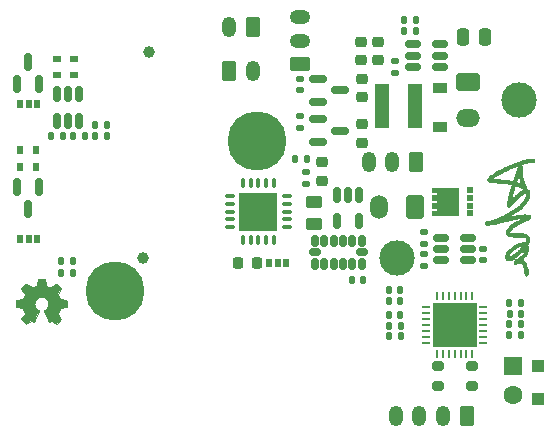
<source format=gbs>
G04 Layer: TopLayer*
G04 EasyEDA v6.5.9, 2022-08-01 21:18:00*
G04 ac5e******************************************aa,10*
G04 Gerber Generator version 0.2*
G04 Scale: 100 percent, Rotated: No, Reflected: No *
G04 Dimensions in millimeters *
G04 leading zeros omitted , absolute positions ,4 integer and 5 decimal *
%TF.GenerationSoftware,KiCad,Pcbnew,(6.0.6)*%
%TF.CreationDate,2022-09-22T21:47:15+08:00*%
%TF.ProjectId,Stealthburner_Toolhead_PCB,53746561-6c74-4686-9275-726e65725f54,rev?*%
%TF.SameCoordinates,Original*%
%TF.FileFunction,Soldermask,Bot*%
%TF.FilePolarity,Negative*%
%FSLAX46Y46*%
G04 Gerber Fmt 4.6, Leading zero omitted, Abs format (unit mm)*
G04 Created by KiCad (PCBNEW (6.0.6)) date 2022-09-22 21:47:15*
%MOMM*%
%LPD*%
G01*
G04 APERTURE LIST*
G04 Aperture macros list*
%AMRoundRect*
0 Rectangle with rounded corners*
0 $1 Rounding radius*
0 $2 $3 $4 $5 $6 $7 $8 $9 X,Y pos of 4 corners*
0 Add a 4 corners polygon primitive as box body*
4,1,4,$2,$3,$4,$5,$6,$7,$8,$9,$2,$3,0*
0 Add four circle primitives for the rounded corners*
1,1,$1+$1,$2,$3*
1,1,$1+$1,$4,$5*
1,1,$1+$1,$6,$7*
1,1,$1+$1,$8,$9*
0 Add four rect primitives between the rounded corners*
20,1,$1+$1,$2,$3,$4,$5,0*
20,1,$1+$1,$4,$5,$6,$7,0*
20,1,$1+$1,$6,$7,$8,$9,0*
20,1,$1+$1,$8,$9,$2,$3,0*%
%AMFreePoly0*
4,1,17,1.370000,0.720000,0.950000,0.720000,0.950000,0.580000,1.370000,0.580000,1.370000,0.080000,0.950000,0.080000,0.950000,-0.080000,1.370000,-0.080000,1.370000,-0.580000,0.950000,-0.580000,0.950000,-0.720000,1.371000,-0.720000,1.371000,-1.225000,-0.950000,-1.225000,-0.950000,1.225000,1.370000,1.225000,1.370000,0.720000,1.370000,0.720000,$1*%
G04 Aperture macros list end*
%ADD10C,0.024000*%
%ADD11RoundRect,0.250000X-0.350000X-0.625000X0.350000X-0.625000X0.350000X0.625000X-0.350000X0.625000X0*%
%ADD12O,1.200000X1.750000*%
%ADD13C,3.000000*%
%ADD14RoundRect,0.250001X0.499999X0.759999X-0.499999X0.759999X-0.499999X-0.759999X0.499999X-0.759999X0*%
%ADD15O,1.500000X2.020000*%
%ADD16R,1.600000X1.600000*%
%ADD17C,1.600000*%
%ADD18C,1.000000*%
%ADD19C,5.000000*%
%ADD20RoundRect,0.250000X0.625000X-0.350000X0.625000X0.350000X-0.625000X0.350000X-0.625000X-0.350000X0*%
%ADD21O,1.750000X1.200000*%
%ADD22RoundRect,0.250000X0.350000X0.625000X-0.350000X0.625000X-0.350000X-0.625000X0.350000X-0.625000X0*%
%ADD23RoundRect,0.250001X-0.759999X0.499999X-0.759999X-0.499999X0.759999X-0.499999X0.759999X0.499999X0*%
%ADD24O,2.020000X1.500000*%
%ADD25RoundRect,0.225000X0.250000X-0.225000X0.250000X0.225000X-0.250000X0.225000X-0.250000X-0.225000X0*%
%ADD26RoundRect,0.225000X-0.250000X0.225000X-0.250000X-0.225000X0.250000X-0.225000X0.250000X0.225000X0*%
%ADD27RoundRect,0.150000X-0.512500X-0.150000X0.512500X-0.150000X0.512500X0.150000X-0.512500X0.150000X0*%
%ADD28RoundRect,0.075000X0.337500X0.075000X-0.337500X0.075000X-0.337500X-0.075000X0.337500X-0.075000X0*%
%ADD29RoundRect,0.075000X0.075000X0.337500X-0.075000X0.337500X-0.075000X-0.337500X0.075000X-0.337500X0*%
%ADD30R,3.250000X3.250000*%
%ADD31RoundRect,0.135000X0.135000X0.185000X-0.135000X0.185000X-0.135000X-0.185000X0.135000X-0.185000X0*%
%ADD32RoundRect,0.140000X0.140000X0.170000X-0.140000X0.170000X-0.140000X-0.170000X0.140000X-0.170000X0*%
%ADD33RoundRect,0.135000X-0.135000X-0.185000X0.135000X-0.185000X0.135000X0.185000X-0.135000X0.185000X0*%
%ADD34RoundRect,0.150000X-0.150000X0.587500X-0.150000X-0.587500X0.150000X-0.587500X0.150000X0.587500X0*%
%ADD35RoundRect,0.150000X-0.587500X-0.150000X0.587500X-0.150000X0.587500X0.150000X-0.587500X0.150000X0*%
%ADD36RoundRect,0.140000X0.170000X-0.140000X0.170000X0.140000X-0.170000X0.140000X-0.170000X-0.140000X0*%
%ADD37RoundRect,0.140000X-0.140000X-0.170000X0.140000X-0.170000X0.140000X0.170000X-0.140000X0.170000X0*%
%ADD38RoundRect,0.150000X0.150000X-0.587500X0.150000X0.587500X-0.150000X0.587500X-0.150000X-0.587500X0*%
%ADD39R,0.630000X0.500000*%
%ADD40FreePoly0,180.000000*%
%ADD41R,0.600000X0.700000*%
%ADD42R,0.700000X0.600000*%
%ADD43RoundRect,0.250000X-0.450000X0.262500X-0.450000X-0.262500X0.450000X-0.262500X0.450000X0.262500X0*%
%ADD44RoundRect,0.200000X-0.275000X0.200000X-0.275000X-0.200000X0.275000X-0.200000X0.275000X0.200000X0*%
%ADD45RoundRect,0.150000X-0.150000X0.512500X-0.150000X-0.512500X0.150000X-0.512500X0.150000X0.512500X0*%
%ADD46R,1.200000X0.900000*%
%ADD47R,1.200000X3.700000*%
%ADD48RoundRect,0.140000X-0.170000X0.140000X-0.170000X-0.140000X0.170000X-0.140000X0.170000X0.140000X0*%
%ADD49R,0.500000X0.800000*%
%ADD50R,0.762000X0.254000*%
%ADD51R,0.254000X0.762000*%
%ADD52R,3.800000X3.800000*%
%ADD53RoundRect,0.150000X0.150000X-0.325000X0.150000X0.325000X-0.150000X0.325000X-0.150000X-0.325000X0*%
%ADD54RoundRect,0.150000X0.325000X-0.150000X0.325000X0.150000X-0.325000X0.150000X-0.325000X-0.150000X0*%
%ADD55RoundRect,0.218750X-0.256250X0.218750X-0.256250X-0.218750X0.256250X-0.218750X0.256250X0.218750X0*%
%ADD56RoundRect,0.250000X-0.250000X-0.475000X0.250000X-0.475000X0.250000X0.475000X-0.250000X0.475000X0*%
%ADD57RoundRect,0.135000X-0.185000X0.135000X-0.185000X-0.135000X0.185000X-0.135000X0.185000X0.135000X0*%
%ADD58RoundRect,0.150000X0.150000X-0.512500X0.150000X0.512500X-0.150000X0.512500X-0.150000X-0.512500X0*%
%ADD59RoundRect,0.225000X0.225000X0.250000X-0.225000X0.250000X-0.225000X-0.250000X0.225000X-0.250000X0*%
%ADD60R,1.100000X1.100000*%
%ADD61RoundRect,0.135000X0.185000X-0.135000X0.185000X0.135000X-0.185000X0.135000X-0.185000X-0.135000X0*%
G04 APERTURE END LIST*
D10*
G36*
X103609861Y-120348072D02*
G01*
X103611110Y-120348190D01*
X103612345Y-120348359D01*
X103613564Y-120348579D01*
X103614766Y-120348849D01*
X103615951Y-120349167D01*
X103617117Y-120349532D01*
X103618262Y-120349944D01*
X103619386Y-120350402D01*
X103620488Y-120350904D01*
X103621565Y-120351449D01*
X103622617Y-120352037D01*
X103623644Y-120352667D01*
X103624642Y-120353337D01*
X103625612Y-120354047D01*
X103626552Y-120354795D01*
X103627461Y-120355581D01*
X103628338Y-120356403D01*
X103629181Y-120357260D01*
X103629989Y-120358153D01*
X103630761Y-120359078D01*
X103631497Y-120360036D01*
X103632194Y-120361026D01*
X103632851Y-120362046D01*
X103633467Y-120363096D01*
X103634042Y-120364174D01*
X103634573Y-120365279D01*
X103635060Y-120366411D01*
X103635502Y-120367569D01*
X103635896Y-120368751D01*
X103636243Y-120369957D01*
X103636540Y-120371184D01*
X103737188Y-120909664D01*
X103737813Y-120912342D01*
X103738602Y-120914955D01*
X103739548Y-120917498D01*
X103740646Y-120919965D01*
X103741892Y-120922350D01*
X103743280Y-120924647D01*
X103744805Y-120926849D01*
X103746462Y-120928950D01*
X103748246Y-120930945D01*
X103750152Y-120932828D01*
X103752174Y-120934591D01*
X103754308Y-120936230D01*
X103756549Y-120937738D01*
X103758890Y-120939108D01*
X103761328Y-120940336D01*
X103763857Y-120941414D01*
X104126760Y-121089687D01*
X104129260Y-121090663D01*
X104131797Y-121091483D01*
X104134365Y-121092147D01*
X104136957Y-121092656D01*
X104139566Y-121093010D01*
X104142184Y-121093210D01*
X104144806Y-121093256D01*
X104147424Y-121093149D01*
X104150031Y-121092889D01*
X104152620Y-121092477D01*
X104155185Y-121091912D01*
X104157719Y-121091196D01*
X104160214Y-121090330D01*
X104162663Y-121089313D01*
X104165061Y-121088146D01*
X104167400Y-121086829D01*
X104616027Y-120775044D01*
X104617103Y-120774379D01*
X104618198Y-120773764D01*
X104619311Y-120773200D01*
X104620439Y-120772686D01*
X104621583Y-120772223D01*
X104622739Y-120771810D01*
X104623907Y-120771447D01*
X104625084Y-120771133D01*
X104626270Y-120770870D01*
X104627463Y-120770656D01*
X104629862Y-120770376D01*
X104632269Y-120770293D01*
X104634671Y-120770406D01*
X104637057Y-120770713D01*
X104639412Y-120771214D01*
X104641726Y-120771907D01*
X104642863Y-120772325D01*
X104643985Y-120772791D01*
X104645090Y-120773305D01*
X104646177Y-120773866D01*
X104647243Y-120774474D01*
X104648288Y-120775129D01*
X104649310Y-120775832D01*
X104650308Y-120776581D01*
X104651279Y-120777377D01*
X104652222Y-120778219D01*
X105033223Y-121159219D01*
X105034070Y-121160146D01*
X105034871Y-121161101D01*
X105036335Y-121163089D01*
X105037612Y-121165172D01*
X105038702Y-121167335D01*
X105039603Y-121169568D01*
X105040315Y-121171857D01*
X105040835Y-121174191D01*
X105041163Y-121176555D01*
X105041297Y-121178938D01*
X105041237Y-121181328D01*
X105040980Y-121183712D01*
X105040527Y-121186076D01*
X105039874Y-121188410D01*
X105039023Y-121190699D01*
X105037970Y-121192932D01*
X105037368Y-121194024D01*
X105036715Y-121195097D01*
X104732550Y-121639597D01*
X104731226Y-121641916D01*
X104730055Y-121644295D01*
X104729037Y-121646728D01*
X104728174Y-121649208D01*
X104727466Y-121651726D01*
X104726912Y-121654276D01*
X104726515Y-121656851D01*
X104726273Y-121659443D01*
X104726188Y-121662044D01*
X104726259Y-121664648D01*
X104726488Y-121667248D01*
X104726875Y-121669835D01*
X104727420Y-121672404D01*
X104728124Y-121674945D01*
X104728987Y-121677453D01*
X104730010Y-121679919D01*
X104888760Y-122053299D01*
X104889879Y-122055797D01*
X104891139Y-122058206D01*
X104892536Y-122060522D01*
X104894063Y-122062739D01*
X104895714Y-122064854D01*
X104897485Y-122066860D01*
X104899369Y-122068755D01*
X104901361Y-122070532D01*
X104903455Y-122072187D01*
X104905646Y-122073716D01*
X104907929Y-122075114D01*
X104910296Y-122076376D01*
X104912744Y-122077497D01*
X104915266Y-122078473D01*
X104917856Y-122079298D01*
X104920510Y-122079969D01*
X105442480Y-122176807D01*
X105443115Y-122176807D01*
X105444337Y-122177113D01*
X105445537Y-122177468D01*
X105446713Y-122177869D01*
X105447865Y-122178317D01*
X105448992Y-122178810D01*
X105450093Y-122179346D01*
X105452211Y-122180544D01*
X105454213Y-122181903D01*
X105456090Y-122183413D01*
X105457835Y-122185064D01*
X105459440Y-122186848D01*
X105460896Y-122188754D01*
X105462197Y-122190774D01*
X105463334Y-122192898D01*
X105464300Y-122195116D01*
X105465086Y-122197420D01*
X105465410Y-122198600D01*
X105465685Y-122199799D01*
X105465913Y-122201014D01*
X105466090Y-122202244D01*
X105466217Y-122203489D01*
X105466292Y-122204747D01*
X105466291Y-122740052D01*
X105466226Y-122741313D01*
X105466108Y-122742562D01*
X105465939Y-122743797D01*
X105465719Y-122745016D01*
X105465450Y-122746218D01*
X105465132Y-122747403D01*
X105464766Y-122748569D01*
X105464354Y-122749714D01*
X105463897Y-122750838D01*
X105463395Y-122751940D01*
X105462849Y-122753017D01*
X105462261Y-122754069D01*
X105461631Y-122755096D01*
X105460961Y-122756094D01*
X105460252Y-122757064D01*
X105459504Y-122758004D01*
X105458718Y-122758913D01*
X105457896Y-122759790D01*
X105457038Y-122760633D01*
X105456146Y-122761441D01*
X105455220Y-122762213D01*
X105454262Y-122762949D01*
X105453273Y-122763646D01*
X105452253Y-122764303D01*
X105451203Y-122764919D01*
X105450125Y-122765494D01*
X105449019Y-122766025D01*
X105447887Y-122766512D01*
X105446730Y-122766953D01*
X105445548Y-122767348D01*
X105444343Y-122767694D01*
X105443115Y-122767992D01*
X104935115Y-122863241D01*
X104932439Y-122863907D01*
X104929829Y-122864733D01*
X104927289Y-122865713D01*
X104924826Y-122866842D01*
X104922444Y-122868115D01*
X104920152Y-122869528D01*
X104917953Y-122871075D01*
X104915854Y-122872752D01*
X104913861Y-122874553D01*
X104911980Y-122876474D01*
X104910216Y-122878509D01*
X104908576Y-122880654D01*
X104907064Y-122882903D01*
X104905688Y-122885252D01*
X104904453Y-122887696D01*
X104903365Y-122890229D01*
X104744615Y-123287104D01*
X104743639Y-123289604D01*
X104742819Y-123292141D01*
X104742154Y-123294709D01*
X104741645Y-123297301D01*
X104741291Y-123299910D01*
X104741091Y-123302529D01*
X104741045Y-123305150D01*
X104741153Y-123307768D01*
X104741413Y-123310375D01*
X104741825Y-123312964D01*
X104742390Y-123315529D01*
X104743105Y-123318063D01*
X104743972Y-123320558D01*
X104744989Y-123323008D01*
X104746156Y-123325405D01*
X104747472Y-123327744D01*
X105036715Y-123749067D01*
X105037372Y-123750149D01*
X105037979Y-123751250D01*
X105038534Y-123752368D01*
X105039039Y-123753502D01*
X105039493Y-123754650D01*
X105039897Y-123755811D01*
X105040251Y-123756983D01*
X105040555Y-123758164D01*
X105040809Y-123759353D01*
X105041013Y-123760548D01*
X105041272Y-123762952D01*
X105041335Y-123765362D01*
X105041201Y-123767765D01*
X105040873Y-123770150D01*
X105040351Y-123772504D01*
X105039636Y-123774813D01*
X105039207Y-123775948D01*
X105038731Y-123777066D01*
X105038207Y-123778168D01*
X105037636Y-123779250D01*
X105037017Y-123780312D01*
X105036351Y-123781353D01*
X105035639Y-123782369D01*
X105034880Y-123783361D01*
X105034074Y-123784325D01*
X105033222Y-123785262D01*
X104652222Y-124166262D01*
X104651286Y-124167114D01*
X104650321Y-124167919D01*
X104648313Y-124169391D01*
X104646211Y-124170675D01*
X104644027Y-124171770D01*
X104641774Y-124172676D01*
X104639464Y-124173390D01*
X104637111Y-124173912D01*
X104634726Y-124174240D01*
X104632322Y-124174374D01*
X104629913Y-124174312D01*
X104627509Y-124174052D01*
X104625125Y-124173594D01*
X104622772Y-124172937D01*
X104620463Y-124172078D01*
X104618210Y-124171018D01*
X104617109Y-124170411D01*
X104616027Y-124169754D01*
X104203277Y-123884004D01*
X104200933Y-123882802D01*
X104198534Y-123881761D01*
X104196088Y-123880879D01*
X104193604Y-123880158D01*
X104191088Y-123879597D01*
X104188550Y-123879197D01*
X104185996Y-123878956D01*
X104183433Y-123878876D01*
X104180871Y-123878956D01*
X104178317Y-123879197D01*
X104175779Y-123879597D01*
X104173263Y-123880158D01*
X104170779Y-123880879D01*
X104168333Y-123881761D01*
X104165934Y-123882802D01*
X104163590Y-123884004D01*
X103981027Y-123981477D01*
X103980008Y-123981989D01*
X103978967Y-123982445D01*
X103977909Y-123982844D01*
X103976835Y-123983186D01*
X103975747Y-123983471D01*
X103974648Y-123983699D01*
X103973540Y-123983868D01*
X103972426Y-123983980D01*
X103971307Y-123984035D01*
X103970187Y-123984031D01*
X103969066Y-123983968D01*
X103967948Y-123983848D01*
X103966835Y-123983668D01*
X103965730Y-123983430D01*
X103964633Y-123983133D01*
X103963549Y-123982777D01*
X103962485Y-123982365D01*
X103961449Y-123981899D01*
X103960443Y-123981381D01*
X103959469Y-123980813D01*
X103958529Y-123980197D01*
X103957623Y-123979534D01*
X103956755Y-123978826D01*
X103955924Y-123978075D01*
X103955134Y-123977281D01*
X103954385Y-123976447D01*
X103953680Y-123975574D01*
X103953020Y-123974663D01*
X103952407Y-123973718D01*
X103951842Y-123972738D01*
X103951328Y-123971725D01*
X103950865Y-123970682D01*
X103573675Y-123061044D01*
X103573272Y-123059865D01*
X103572922Y-123058679D01*
X103572625Y-123057486D01*
X103572380Y-123056290D01*
X103572187Y-123055090D01*
X103572046Y-123053889D01*
X103571955Y-123052689D01*
X103571915Y-123051490D01*
X103571924Y-123050294D01*
X103571983Y-123049102D01*
X103572091Y-123047917D01*
X103572248Y-123046739D01*
X103572452Y-123045570D01*
X103572703Y-123044412D01*
X103573002Y-123043266D01*
X103573347Y-123042133D01*
X103573738Y-123041016D01*
X103574174Y-123039915D01*
X103574656Y-123038832D01*
X103575182Y-123037768D01*
X103575752Y-123036726D01*
X103576365Y-123035706D01*
X103577022Y-123034710D01*
X103577721Y-123033739D01*
X103578462Y-123032796D01*
X103579245Y-123031881D01*
X103580069Y-123030996D01*
X103580933Y-123030142D01*
X103581838Y-123029321D01*
X103582782Y-123028535D01*
X103583765Y-123027785D01*
X103584787Y-123027072D01*
X103630507Y-122999132D01*
X103634322Y-122996627D01*
X103638081Y-122994042D01*
X103641783Y-122991378D01*
X103645428Y-122988636D01*
X103649013Y-122985817D01*
X103652537Y-122982922D01*
X103656000Y-122979951D01*
X103659400Y-122976907D01*
X103699698Y-122948796D01*
X103737094Y-122917860D01*
X103771504Y-122884316D01*
X103802847Y-122848381D01*
X103831043Y-122810272D01*
X103856008Y-122770206D01*
X103877663Y-122728401D01*
X103895924Y-122685073D01*
X103910711Y-122640440D01*
X103921942Y-122594718D01*
X103929535Y-122548125D01*
X103933410Y-122500879D01*
X103933483Y-122453195D01*
X103929674Y-122405291D01*
X103921901Y-122357385D01*
X103910082Y-122309693D01*
X103902688Y-122286171D01*
X103894389Y-122263132D01*
X103875171Y-122218566D01*
X103852612Y-122176135D01*
X103826899Y-122135978D01*
X103798217Y-122098234D01*
X103766751Y-122063042D01*
X103732688Y-122030542D01*
X103696213Y-122000871D01*
X103657510Y-121974170D01*
X103616767Y-121950578D01*
X103574168Y-121930234D01*
X103529900Y-121913277D01*
X103484146Y-121899845D01*
X103437094Y-121890079D01*
X103388929Y-121884118D01*
X103364487Y-121882607D01*
X103339836Y-121882100D01*
X103315185Y-121882607D01*
X103290743Y-121884118D01*
X103266533Y-121886614D01*
X103242578Y-121890079D01*
X103218901Y-121894496D01*
X103195526Y-121899845D01*
X103172475Y-121906112D01*
X103149773Y-121913277D01*
X103127441Y-121921323D01*
X103105504Y-121930234D01*
X103083984Y-121939992D01*
X103062905Y-121950578D01*
X103042290Y-121961977D01*
X103022162Y-121974170D01*
X103002544Y-121987141D01*
X102983460Y-122000871D01*
X102964932Y-122015344D01*
X102946984Y-122030542D01*
X102929639Y-122046447D01*
X102912921Y-122063042D01*
X102896852Y-122080311D01*
X102881455Y-122098234D01*
X102866755Y-122116796D01*
X102852773Y-122135978D01*
X102839534Y-122155764D01*
X102827060Y-122176135D01*
X102815375Y-122197075D01*
X102804501Y-122218566D01*
X102794463Y-122240591D01*
X102785283Y-122263132D01*
X102776984Y-122286171D01*
X102769590Y-122309693D01*
X102763170Y-122333498D01*
X102757771Y-122357385D01*
X102753384Y-122381325D01*
X102749998Y-122405291D01*
X102747603Y-122429257D01*
X102746189Y-122453195D01*
X102745746Y-122477078D01*
X102746262Y-122500879D01*
X102747730Y-122524570D01*
X102750137Y-122548125D01*
X102753473Y-122571517D01*
X102757730Y-122594718D01*
X102762896Y-122617702D01*
X102768961Y-122640440D01*
X102775915Y-122662906D01*
X102783748Y-122685073D01*
X102792449Y-122706914D01*
X102802009Y-122728401D01*
X102812417Y-122749508D01*
X102823664Y-122770206D01*
X102835738Y-122790470D01*
X102848629Y-122810272D01*
X102862328Y-122829585D01*
X102876825Y-122848381D01*
X102892108Y-122866634D01*
X102908168Y-122884316D01*
X102924995Y-122901401D01*
X102942579Y-122917860D01*
X102960908Y-122933668D01*
X102979974Y-122948796D01*
X102999765Y-122963218D01*
X103020273Y-122976907D01*
X103023672Y-122979951D01*
X103027135Y-122982922D01*
X103030660Y-122985817D01*
X103034245Y-122988636D01*
X103037889Y-122991378D01*
X103041591Y-122994042D01*
X103045350Y-122996627D01*
X103049165Y-122999132D01*
X103094885Y-123027072D01*
X103095914Y-123027780D01*
X103096904Y-123028526D01*
X103097853Y-123029309D01*
X103098762Y-123030128D01*
X103100456Y-123031866D01*
X103101981Y-123033725D01*
X103103333Y-123035696D01*
X103104509Y-123037763D01*
X103105504Y-123039916D01*
X103106315Y-123042141D01*
X103106937Y-123044426D01*
X103107367Y-123046759D01*
X103107601Y-123049126D01*
X103107633Y-123051515D01*
X103107462Y-123053914D01*
X103107082Y-123056311D01*
X103106812Y-123057504D01*
X103106489Y-123058691D01*
X103106112Y-123059872D01*
X103105680Y-123061044D01*
X102729760Y-123972587D01*
X102729307Y-123973715D01*
X102728794Y-123974810D01*
X102728223Y-123975870D01*
X102727597Y-123976893D01*
X102726916Y-123977876D01*
X102726185Y-123978818D01*
X102725403Y-123979717D01*
X102724573Y-123980571D01*
X102723698Y-123981378D01*
X102722779Y-123982136D01*
X102721818Y-123982843D01*
X102720818Y-123983498D01*
X102719779Y-123984097D01*
X102718705Y-123984640D01*
X102717597Y-123985124D01*
X102716457Y-123985548D01*
X102715295Y-123985907D01*
X102714121Y-123986199D01*
X102712938Y-123986423D01*
X102711750Y-123986581D01*
X102710558Y-123986672D01*
X102709365Y-123986697D01*
X102708174Y-123986656D01*
X102706988Y-123986550D01*
X102705810Y-123986379D01*
X102704643Y-123986142D01*
X102703488Y-123985842D01*
X102702350Y-123985477D01*
X102701230Y-123985048D01*
X102700131Y-123984556D01*
X102699057Y-123984000D01*
X102698010Y-123983382D01*
X102515448Y-123885909D01*
X102513103Y-123884707D01*
X102510704Y-123883665D01*
X102508258Y-123882784D01*
X102505774Y-123882063D01*
X102503259Y-123881502D01*
X102500720Y-123881101D01*
X102498166Y-123880861D01*
X102495604Y-123880781D01*
X102493042Y-123880861D01*
X102490487Y-123881101D01*
X102487949Y-123881502D01*
X102485433Y-123882063D01*
X102482949Y-123882784D01*
X102480503Y-123883665D01*
X102478105Y-123884707D01*
X102475760Y-123885909D01*
X102063010Y-124171659D01*
X102061928Y-124172316D01*
X102060827Y-124172923D01*
X102059709Y-124173478D01*
X102058575Y-124173983D01*
X102057426Y-124174438D01*
X102056266Y-124174842D01*
X102055094Y-124175195D01*
X102053913Y-124175499D01*
X102052724Y-124175753D01*
X102051528Y-124175957D01*
X102049125Y-124176217D01*
X102046715Y-124176279D01*
X102044311Y-124176145D01*
X102041926Y-124175817D01*
X102039573Y-124175295D01*
X102037263Y-124174581D01*
X102036129Y-124174152D01*
X102035010Y-124173675D01*
X102033909Y-124173151D01*
X102032826Y-124172580D01*
X102031764Y-124171961D01*
X102030724Y-124171296D01*
X102029708Y-124170584D01*
X102028716Y-124169824D01*
X102027751Y-124169019D01*
X102026815Y-124168167D01*
X101645815Y-123787166D01*
X101644299Y-123785205D01*
X101642955Y-123783154D01*
X101641783Y-123781025D01*
X101640784Y-123778827D01*
X101639959Y-123776573D01*
X101639309Y-123774271D01*
X101638835Y-123771933D01*
X101638538Y-123769568D01*
X101638419Y-123767188D01*
X101638479Y-123764803D01*
X101638718Y-123762423D01*
X101639137Y-123760059D01*
X101639739Y-123757722D01*
X101640522Y-123755421D01*
X101641489Y-123753167D01*
X101642640Y-123750972D01*
X101931882Y-123329649D01*
X101933199Y-123327311D01*
X101934366Y-123324913D01*
X101935383Y-123322463D01*
X101936249Y-123319968D01*
X101936965Y-123317435D01*
X101937530Y-123314870D01*
X101937942Y-123312280D01*
X101938202Y-123309673D01*
X101938309Y-123307055D01*
X101938263Y-123304434D01*
X101938063Y-123301815D01*
X101937709Y-123299206D01*
X101937200Y-123296615D01*
X101936536Y-123294047D01*
X101935716Y-123291509D01*
X101934740Y-123289009D01*
X101775990Y-122892135D01*
X101774972Y-122889666D01*
X101773813Y-122887279D01*
X101772519Y-122884979D01*
X101771096Y-122882771D01*
X101769548Y-122880659D01*
X101767881Y-122878648D01*
X101766101Y-122876743D01*
X101764212Y-122874949D01*
X101762219Y-122873271D01*
X101760129Y-122871712D01*
X101757946Y-122870278D01*
X101755676Y-122868974D01*
X101753324Y-122867804D01*
X101750895Y-122866773D01*
X101748394Y-122865886D01*
X101745827Y-122865147D01*
X101237828Y-122769897D01*
X101236600Y-122769599D01*
X101235394Y-122769253D01*
X101234212Y-122768858D01*
X101233055Y-122768417D01*
X101231922Y-122767930D01*
X101230817Y-122767399D01*
X101229739Y-122766824D01*
X101228689Y-122766208D01*
X101226679Y-122764854D01*
X101224796Y-122763346D01*
X101223046Y-122761695D01*
X101221438Y-122759909D01*
X101219980Y-122757999D01*
X101218680Y-122755974D01*
X101217547Y-122753845D01*
X101216587Y-122751619D01*
X101216175Y-122750474D01*
X101215810Y-122749308D01*
X101215492Y-122748124D01*
X101215222Y-122746921D01*
X101215002Y-122745702D01*
X101214833Y-122744467D01*
X101214715Y-122743219D01*
X101214650Y-122741957D01*
X101214650Y-122204747D01*
X101214725Y-122203489D01*
X101214852Y-122202244D01*
X101215029Y-122201014D01*
X101215256Y-122199799D01*
X101215532Y-122198600D01*
X101215856Y-122197420D01*
X101216226Y-122196258D01*
X101216642Y-122195116D01*
X101217103Y-122193996D01*
X101217608Y-122192898D01*
X101218156Y-122191824D01*
X101218745Y-122190774D01*
X101219375Y-122189751D01*
X101220046Y-122188754D01*
X101220755Y-122187786D01*
X101221502Y-122186848D01*
X101222287Y-122185940D01*
X101223107Y-122185064D01*
X101223962Y-122184221D01*
X101224852Y-122183413D01*
X101225774Y-122182639D01*
X101226729Y-122181903D01*
X101227715Y-122181204D01*
X101228731Y-122180544D01*
X101229776Y-122179924D01*
X101230849Y-122179346D01*
X101231950Y-122178809D01*
X101233077Y-122178317D01*
X101234229Y-122177869D01*
X101235405Y-122177468D01*
X101236605Y-122177113D01*
X101237827Y-122176807D01*
X101760115Y-122081557D01*
X101762769Y-122080886D01*
X101765359Y-122080060D01*
X101767881Y-122079084D01*
X101770329Y-122077963D01*
X101772696Y-122076701D01*
X101774978Y-122075304D01*
X101777170Y-122073775D01*
X101779264Y-122072119D01*
X101781256Y-122070342D01*
X101783140Y-122068448D01*
X101784911Y-122066441D01*
X101786562Y-122064327D01*
X101788089Y-122062110D01*
X101789486Y-122059794D01*
X101790746Y-122057385D01*
X101791865Y-122054887D01*
X101950615Y-121681507D01*
X101951526Y-121679039D01*
X101952281Y-121676537D01*
X101952881Y-121674008D01*
X101953325Y-121671458D01*
X101953615Y-121668895D01*
X101953751Y-121666326D01*
X101953734Y-121663758D01*
X101953565Y-121661197D01*
X101953244Y-121658651D01*
X101952772Y-121656126D01*
X101952149Y-121653630D01*
X101951377Y-121651169D01*
X101950456Y-121648751D01*
X101949387Y-121646382D01*
X101948169Y-121644069D01*
X101946805Y-121641819D01*
X101642640Y-121197320D01*
X101641987Y-121196247D01*
X101641385Y-121195155D01*
X101640834Y-121194046D01*
X101640332Y-121192922D01*
X101639881Y-121191783D01*
X101639481Y-121190632D01*
X101639130Y-121189470D01*
X101638828Y-121188299D01*
X101638577Y-121187120D01*
X101638375Y-121185934D01*
X101638222Y-121184744D01*
X101638118Y-121183551D01*
X101638058Y-121181161D01*
X101638192Y-121178778D01*
X101638520Y-121176413D01*
X101639040Y-121174080D01*
X101639372Y-121172929D01*
X101639751Y-121171791D01*
X101640178Y-121170667D01*
X101640653Y-121169558D01*
X101641174Y-121168467D01*
X101641743Y-121167394D01*
X101642358Y-121166342D01*
X101643020Y-121165312D01*
X101643729Y-121164305D01*
X101644484Y-121163324D01*
X101645285Y-121162369D01*
X101646132Y-121161442D01*
X102027132Y-120780442D01*
X102028076Y-120779599D01*
X102029047Y-120778804D01*
X102031066Y-120777352D01*
X102033178Y-120776088D01*
X102035370Y-120775014D01*
X102037629Y-120774129D01*
X102039943Y-120773436D01*
X102042298Y-120772936D01*
X102044684Y-120772628D01*
X102047086Y-120772516D01*
X102049493Y-120772598D01*
X102051892Y-120772878D01*
X102054271Y-120773356D01*
X102056616Y-120774032D01*
X102058916Y-120774909D01*
X102061157Y-120775987D01*
X102062252Y-120776602D01*
X102063327Y-120777267D01*
X102514177Y-121086829D01*
X102516516Y-121088146D01*
X102518914Y-121089313D01*
X102521364Y-121090330D01*
X102523859Y-121091196D01*
X102526392Y-121091912D01*
X102528957Y-121092477D01*
X102531547Y-121092889D01*
X102534154Y-121093149D01*
X102536771Y-121093256D01*
X102539393Y-121093210D01*
X102542012Y-121093010D01*
X102544620Y-121092656D01*
X102547212Y-121092147D01*
X102549780Y-121091483D01*
X102552317Y-121090663D01*
X102554817Y-121089687D01*
X102916450Y-120942684D01*
X102918979Y-120941606D01*
X102921417Y-120940378D01*
X102923759Y-120939008D01*
X102925999Y-120937500D01*
X102928133Y-120935861D01*
X102930156Y-120934098D01*
X102932061Y-120932215D01*
X102933845Y-120930220D01*
X102935503Y-120928119D01*
X102937028Y-120925917D01*
X102938416Y-120923620D01*
X102939661Y-120921235D01*
X102940760Y-120918768D01*
X102941706Y-120916225D01*
X102942494Y-120913612D01*
X102943120Y-120910934D01*
X103043767Y-120371185D01*
X103044061Y-120369967D01*
X103044404Y-120368771D01*
X103044794Y-120367598D01*
X103045230Y-120366449D01*
X103045710Y-120365325D01*
X103046235Y-120364227D01*
X103046802Y-120363156D01*
X103047411Y-120362113D01*
X103048748Y-120360114D01*
X103050236Y-120358239D01*
X103051867Y-120356495D01*
X103053630Y-120354890D01*
X103055517Y-120353432D01*
X103057517Y-120352129D01*
X103059623Y-120350989D01*
X103061823Y-120350020D01*
X103062956Y-120349601D01*
X103064110Y-120349229D01*
X103065282Y-120348903D01*
X103066473Y-120348625D01*
X103067680Y-120348395D01*
X103068902Y-120348215D01*
X103070140Y-120348085D01*
X103071390Y-120348007D01*
X103608600Y-120348007D01*
X103609861Y-120348072D01*
G37*
X103609861Y-120348072D02*
X103611110Y-120348190D01*
X103612345Y-120348359D01*
X103613564Y-120348579D01*
X103614766Y-120348849D01*
X103615951Y-120349167D01*
X103617117Y-120349532D01*
X103618262Y-120349944D01*
X103619386Y-120350402D01*
X103620488Y-120350904D01*
X103621565Y-120351449D01*
X103622617Y-120352037D01*
X103623644Y-120352667D01*
X103624642Y-120353337D01*
X103625612Y-120354047D01*
X103626552Y-120354795D01*
X103627461Y-120355581D01*
X103628338Y-120356403D01*
X103629181Y-120357260D01*
X103629989Y-120358153D01*
X103630761Y-120359078D01*
X103631497Y-120360036D01*
X103632194Y-120361026D01*
X103632851Y-120362046D01*
X103633467Y-120363096D01*
X103634042Y-120364174D01*
X103634573Y-120365279D01*
X103635060Y-120366411D01*
X103635502Y-120367569D01*
X103635896Y-120368751D01*
X103636243Y-120369957D01*
X103636540Y-120371184D01*
X103737188Y-120909664D01*
X103737813Y-120912342D01*
X103738602Y-120914955D01*
X103739548Y-120917498D01*
X103740646Y-120919965D01*
X103741892Y-120922350D01*
X103743280Y-120924647D01*
X103744805Y-120926849D01*
X103746462Y-120928950D01*
X103748246Y-120930945D01*
X103750152Y-120932828D01*
X103752174Y-120934591D01*
X103754308Y-120936230D01*
X103756549Y-120937738D01*
X103758890Y-120939108D01*
X103761328Y-120940336D01*
X103763857Y-120941414D01*
X104126760Y-121089687D01*
X104129260Y-121090663D01*
X104131797Y-121091483D01*
X104134365Y-121092147D01*
X104136957Y-121092656D01*
X104139566Y-121093010D01*
X104142184Y-121093210D01*
X104144806Y-121093256D01*
X104147424Y-121093149D01*
X104150031Y-121092889D01*
X104152620Y-121092477D01*
X104155185Y-121091912D01*
X104157719Y-121091196D01*
X104160214Y-121090330D01*
X104162663Y-121089313D01*
X104165061Y-121088146D01*
X104167400Y-121086829D01*
X104616027Y-120775044D01*
X104617103Y-120774379D01*
X104618198Y-120773764D01*
X104619311Y-120773200D01*
X104620439Y-120772686D01*
X104621583Y-120772223D01*
X104622739Y-120771810D01*
X104623907Y-120771447D01*
X104625084Y-120771133D01*
X104626270Y-120770870D01*
X104627463Y-120770656D01*
X104629862Y-120770376D01*
X104632269Y-120770293D01*
X104634671Y-120770406D01*
X104637057Y-120770713D01*
X104639412Y-120771214D01*
X104641726Y-120771907D01*
X104642863Y-120772325D01*
X104643985Y-120772791D01*
X104645090Y-120773305D01*
X104646177Y-120773866D01*
X104647243Y-120774474D01*
X104648288Y-120775129D01*
X104649310Y-120775832D01*
X104650308Y-120776581D01*
X104651279Y-120777377D01*
X104652222Y-120778219D01*
X105033223Y-121159219D01*
X105034070Y-121160146D01*
X105034871Y-121161101D01*
X105036335Y-121163089D01*
X105037612Y-121165172D01*
X105038702Y-121167335D01*
X105039603Y-121169568D01*
X105040315Y-121171857D01*
X105040835Y-121174191D01*
X105041163Y-121176555D01*
X105041297Y-121178938D01*
X105041237Y-121181328D01*
X105040980Y-121183712D01*
X105040527Y-121186076D01*
X105039874Y-121188410D01*
X105039023Y-121190699D01*
X105037970Y-121192932D01*
X105037368Y-121194024D01*
X105036715Y-121195097D01*
X104732550Y-121639597D01*
X104731226Y-121641916D01*
X104730055Y-121644295D01*
X104729037Y-121646728D01*
X104728174Y-121649208D01*
X104727466Y-121651726D01*
X104726912Y-121654276D01*
X104726515Y-121656851D01*
X104726273Y-121659443D01*
X104726188Y-121662044D01*
X104726259Y-121664648D01*
X104726488Y-121667248D01*
X104726875Y-121669835D01*
X104727420Y-121672404D01*
X104728124Y-121674945D01*
X104728987Y-121677453D01*
X104730010Y-121679919D01*
X104888760Y-122053299D01*
X104889879Y-122055797D01*
X104891139Y-122058206D01*
X104892536Y-122060522D01*
X104894063Y-122062739D01*
X104895714Y-122064854D01*
X104897485Y-122066860D01*
X104899369Y-122068755D01*
X104901361Y-122070532D01*
X104903455Y-122072187D01*
X104905646Y-122073716D01*
X104907929Y-122075114D01*
X104910296Y-122076376D01*
X104912744Y-122077497D01*
X104915266Y-122078473D01*
X104917856Y-122079298D01*
X104920510Y-122079969D01*
X105442480Y-122176807D01*
X105443115Y-122176807D01*
X105444337Y-122177113D01*
X105445537Y-122177468D01*
X105446713Y-122177869D01*
X105447865Y-122178317D01*
X105448992Y-122178810D01*
X105450093Y-122179346D01*
X105452211Y-122180544D01*
X105454213Y-122181903D01*
X105456090Y-122183413D01*
X105457835Y-122185064D01*
X105459440Y-122186848D01*
X105460896Y-122188754D01*
X105462197Y-122190774D01*
X105463334Y-122192898D01*
X105464300Y-122195116D01*
X105465086Y-122197420D01*
X105465410Y-122198600D01*
X105465685Y-122199799D01*
X105465913Y-122201014D01*
X105466090Y-122202244D01*
X105466217Y-122203489D01*
X105466292Y-122204747D01*
X105466291Y-122740052D01*
X105466226Y-122741313D01*
X105466108Y-122742562D01*
X105465939Y-122743797D01*
X105465719Y-122745016D01*
X105465450Y-122746218D01*
X105465132Y-122747403D01*
X105464766Y-122748569D01*
X105464354Y-122749714D01*
X105463897Y-122750838D01*
X105463395Y-122751940D01*
X105462849Y-122753017D01*
X105462261Y-122754069D01*
X105461631Y-122755096D01*
X105460961Y-122756094D01*
X105460252Y-122757064D01*
X105459504Y-122758004D01*
X105458718Y-122758913D01*
X105457896Y-122759790D01*
X105457038Y-122760633D01*
X105456146Y-122761441D01*
X105455220Y-122762213D01*
X105454262Y-122762949D01*
X105453273Y-122763646D01*
X105452253Y-122764303D01*
X105451203Y-122764919D01*
X105450125Y-122765494D01*
X105449019Y-122766025D01*
X105447887Y-122766512D01*
X105446730Y-122766953D01*
X105445548Y-122767348D01*
X105444343Y-122767694D01*
X105443115Y-122767992D01*
X104935115Y-122863241D01*
X104932439Y-122863907D01*
X104929829Y-122864733D01*
X104927289Y-122865713D01*
X104924826Y-122866842D01*
X104922444Y-122868115D01*
X104920152Y-122869528D01*
X104917953Y-122871075D01*
X104915854Y-122872752D01*
X104913861Y-122874553D01*
X104911980Y-122876474D01*
X104910216Y-122878509D01*
X104908576Y-122880654D01*
X104907064Y-122882903D01*
X104905688Y-122885252D01*
X104904453Y-122887696D01*
X104903365Y-122890229D01*
X104744615Y-123287104D01*
X104743639Y-123289604D01*
X104742819Y-123292141D01*
X104742154Y-123294709D01*
X104741645Y-123297301D01*
X104741291Y-123299910D01*
X104741091Y-123302529D01*
X104741045Y-123305150D01*
X104741153Y-123307768D01*
X104741413Y-123310375D01*
X104741825Y-123312964D01*
X104742390Y-123315529D01*
X104743105Y-123318063D01*
X104743972Y-123320558D01*
X104744989Y-123323008D01*
X104746156Y-123325405D01*
X104747472Y-123327744D01*
X105036715Y-123749067D01*
X105037372Y-123750149D01*
X105037979Y-123751250D01*
X105038534Y-123752368D01*
X105039039Y-123753502D01*
X105039493Y-123754650D01*
X105039897Y-123755811D01*
X105040251Y-123756983D01*
X105040555Y-123758164D01*
X105040809Y-123759353D01*
X105041013Y-123760548D01*
X105041272Y-123762952D01*
X105041335Y-123765362D01*
X105041201Y-123767765D01*
X105040873Y-123770150D01*
X105040351Y-123772504D01*
X105039636Y-123774813D01*
X105039207Y-123775948D01*
X105038731Y-123777066D01*
X105038207Y-123778168D01*
X105037636Y-123779250D01*
X105037017Y-123780312D01*
X105036351Y-123781353D01*
X105035639Y-123782369D01*
X105034880Y-123783361D01*
X105034074Y-123784325D01*
X105033222Y-123785262D01*
X104652222Y-124166262D01*
X104651286Y-124167114D01*
X104650321Y-124167919D01*
X104648313Y-124169391D01*
X104646211Y-124170675D01*
X104644027Y-124171770D01*
X104641774Y-124172676D01*
X104639464Y-124173390D01*
X104637111Y-124173912D01*
X104634726Y-124174240D01*
X104632322Y-124174374D01*
X104629913Y-124174312D01*
X104627509Y-124174052D01*
X104625125Y-124173594D01*
X104622772Y-124172937D01*
X104620463Y-124172078D01*
X104618210Y-124171018D01*
X104617109Y-124170411D01*
X104616027Y-124169754D01*
X104203277Y-123884004D01*
X104200933Y-123882802D01*
X104198534Y-123881761D01*
X104196088Y-123880879D01*
X104193604Y-123880158D01*
X104191088Y-123879597D01*
X104188550Y-123879197D01*
X104185996Y-123878956D01*
X104183433Y-123878876D01*
X104180871Y-123878956D01*
X104178317Y-123879197D01*
X104175779Y-123879597D01*
X104173263Y-123880158D01*
X104170779Y-123880879D01*
X104168333Y-123881761D01*
X104165934Y-123882802D01*
X104163590Y-123884004D01*
X103981027Y-123981477D01*
X103980008Y-123981989D01*
X103978967Y-123982445D01*
X103977909Y-123982844D01*
X103976835Y-123983186D01*
X103975747Y-123983471D01*
X103974648Y-123983699D01*
X103973540Y-123983868D01*
X103972426Y-123983980D01*
X103971307Y-123984035D01*
X103970187Y-123984031D01*
X103969066Y-123983968D01*
X103967948Y-123983848D01*
X103966835Y-123983668D01*
X103965730Y-123983430D01*
X103964633Y-123983133D01*
X103963549Y-123982777D01*
X103962485Y-123982365D01*
X103961449Y-123981899D01*
X103960443Y-123981381D01*
X103959469Y-123980813D01*
X103958529Y-123980197D01*
X103957623Y-123979534D01*
X103956755Y-123978826D01*
X103955924Y-123978075D01*
X103955134Y-123977281D01*
X103954385Y-123976447D01*
X103953680Y-123975574D01*
X103953020Y-123974663D01*
X103952407Y-123973718D01*
X103951842Y-123972738D01*
X103951328Y-123971725D01*
X103950865Y-123970682D01*
X103573675Y-123061044D01*
X103573272Y-123059865D01*
X103572922Y-123058679D01*
X103572625Y-123057486D01*
X103572380Y-123056290D01*
X103572187Y-123055090D01*
X103572046Y-123053889D01*
X103571955Y-123052689D01*
X103571915Y-123051490D01*
X103571924Y-123050294D01*
X103571983Y-123049102D01*
X103572091Y-123047917D01*
X103572248Y-123046739D01*
X103572452Y-123045570D01*
X103572703Y-123044412D01*
X103573002Y-123043266D01*
X103573347Y-123042133D01*
X103573738Y-123041016D01*
X103574174Y-123039915D01*
X103574656Y-123038832D01*
X103575182Y-123037768D01*
X103575752Y-123036726D01*
X103576365Y-123035706D01*
X103577022Y-123034710D01*
X103577721Y-123033739D01*
X103578462Y-123032796D01*
X103579245Y-123031881D01*
X103580069Y-123030996D01*
X103580933Y-123030142D01*
X103581838Y-123029321D01*
X103582782Y-123028535D01*
X103583765Y-123027785D01*
X103584787Y-123027072D01*
X103630507Y-122999132D01*
X103634322Y-122996627D01*
X103638081Y-122994042D01*
X103641783Y-122991378D01*
X103645428Y-122988636D01*
X103649013Y-122985817D01*
X103652537Y-122982922D01*
X103656000Y-122979951D01*
X103659400Y-122976907D01*
X103699698Y-122948796D01*
X103737094Y-122917860D01*
X103771504Y-122884316D01*
X103802847Y-122848381D01*
X103831043Y-122810272D01*
X103856008Y-122770206D01*
X103877663Y-122728401D01*
X103895924Y-122685073D01*
X103910711Y-122640440D01*
X103921942Y-122594718D01*
X103929535Y-122548125D01*
X103933410Y-122500879D01*
X103933483Y-122453195D01*
X103929674Y-122405291D01*
X103921901Y-122357385D01*
X103910082Y-122309693D01*
X103902688Y-122286171D01*
X103894389Y-122263132D01*
X103875171Y-122218566D01*
X103852612Y-122176135D01*
X103826899Y-122135978D01*
X103798217Y-122098234D01*
X103766751Y-122063042D01*
X103732688Y-122030542D01*
X103696213Y-122000871D01*
X103657510Y-121974170D01*
X103616767Y-121950578D01*
X103574168Y-121930234D01*
X103529900Y-121913277D01*
X103484146Y-121899845D01*
X103437094Y-121890079D01*
X103388929Y-121884118D01*
X103364487Y-121882607D01*
X103339836Y-121882100D01*
X103315185Y-121882607D01*
X103290743Y-121884118D01*
X103266533Y-121886614D01*
X103242578Y-121890079D01*
X103218901Y-121894496D01*
X103195526Y-121899845D01*
X103172475Y-121906112D01*
X103149773Y-121913277D01*
X103127441Y-121921323D01*
X103105504Y-121930234D01*
X103083984Y-121939992D01*
X103062905Y-121950578D01*
X103042290Y-121961977D01*
X103022162Y-121974170D01*
X103002544Y-121987141D01*
X102983460Y-122000871D01*
X102964932Y-122015344D01*
X102946984Y-122030542D01*
X102929639Y-122046447D01*
X102912921Y-122063042D01*
X102896852Y-122080311D01*
X102881455Y-122098234D01*
X102866755Y-122116796D01*
X102852773Y-122135978D01*
X102839534Y-122155764D01*
X102827060Y-122176135D01*
X102815375Y-122197075D01*
X102804501Y-122218566D01*
X102794463Y-122240591D01*
X102785283Y-122263132D01*
X102776984Y-122286171D01*
X102769590Y-122309693D01*
X102763170Y-122333498D01*
X102757771Y-122357385D01*
X102753384Y-122381325D01*
X102749998Y-122405291D01*
X102747603Y-122429257D01*
X102746189Y-122453195D01*
X102745746Y-122477078D01*
X102746262Y-122500879D01*
X102747730Y-122524570D01*
X102750137Y-122548125D01*
X102753473Y-122571517D01*
X102757730Y-122594718D01*
X102762896Y-122617702D01*
X102768961Y-122640440D01*
X102775915Y-122662906D01*
X102783748Y-122685073D01*
X102792449Y-122706914D01*
X102802009Y-122728401D01*
X102812417Y-122749508D01*
X102823664Y-122770206D01*
X102835738Y-122790470D01*
X102848629Y-122810272D01*
X102862328Y-122829585D01*
X102876825Y-122848381D01*
X102892108Y-122866634D01*
X102908168Y-122884316D01*
X102924995Y-122901401D01*
X102942579Y-122917860D01*
X102960908Y-122933668D01*
X102979974Y-122948796D01*
X102999765Y-122963218D01*
X103020273Y-122976907D01*
X103023672Y-122979951D01*
X103027135Y-122982922D01*
X103030660Y-122985817D01*
X103034245Y-122988636D01*
X103037889Y-122991378D01*
X103041591Y-122994042D01*
X103045350Y-122996627D01*
X103049165Y-122999132D01*
X103094885Y-123027072D01*
X103095914Y-123027780D01*
X103096904Y-123028526D01*
X103097853Y-123029309D01*
X103098762Y-123030128D01*
X103100456Y-123031866D01*
X103101981Y-123033725D01*
X103103333Y-123035696D01*
X103104509Y-123037763D01*
X103105504Y-123039916D01*
X103106315Y-123042141D01*
X103106937Y-123044426D01*
X103107367Y-123046759D01*
X103107601Y-123049126D01*
X103107633Y-123051515D01*
X103107462Y-123053914D01*
X103107082Y-123056311D01*
X103106812Y-123057504D01*
X103106489Y-123058691D01*
X103106112Y-123059872D01*
X103105680Y-123061044D01*
X102729760Y-123972587D01*
X102729307Y-123973715D01*
X102728794Y-123974810D01*
X102728223Y-123975870D01*
X102727597Y-123976893D01*
X102726916Y-123977876D01*
X102726185Y-123978818D01*
X102725403Y-123979717D01*
X102724573Y-123980571D01*
X102723698Y-123981378D01*
X102722779Y-123982136D01*
X102721818Y-123982843D01*
X102720818Y-123983498D01*
X102719779Y-123984097D01*
X102718705Y-123984640D01*
X102717597Y-123985124D01*
X102716457Y-123985548D01*
X102715295Y-123985907D01*
X102714121Y-123986199D01*
X102712938Y-123986423D01*
X102711750Y-123986581D01*
X102710558Y-123986672D01*
X102709365Y-123986697D01*
X102708174Y-123986656D01*
X102706988Y-123986550D01*
X102705810Y-123986379D01*
X102704643Y-123986142D01*
X102703488Y-123985842D01*
X102702350Y-123985477D01*
X102701230Y-123985048D01*
X102700131Y-123984556D01*
X102699057Y-123984000D01*
X102698010Y-123983382D01*
X102515448Y-123885909D01*
X102513103Y-123884707D01*
X102510704Y-123883665D01*
X102508258Y-123882784D01*
X102505774Y-123882063D01*
X102503259Y-123881502D01*
X102500720Y-123881101D01*
X102498166Y-123880861D01*
X102495604Y-123880781D01*
X102493042Y-123880861D01*
X102490487Y-123881101D01*
X102487949Y-123881502D01*
X102485433Y-123882063D01*
X102482949Y-123882784D01*
X102480503Y-123883665D01*
X102478105Y-123884707D01*
X102475760Y-123885909D01*
X102063010Y-124171659D01*
X102061928Y-124172316D01*
X102060827Y-124172923D01*
X102059709Y-124173478D01*
X102058575Y-124173983D01*
X102057426Y-124174438D01*
X102056266Y-124174842D01*
X102055094Y-124175195D01*
X102053913Y-124175499D01*
X102052724Y-124175753D01*
X102051528Y-124175957D01*
X102049125Y-124176217D01*
X102046715Y-124176279D01*
X102044311Y-124176145D01*
X102041926Y-124175817D01*
X102039573Y-124175295D01*
X102037263Y-124174581D01*
X102036129Y-124174152D01*
X102035010Y-124173675D01*
X102033909Y-124173151D01*
X102032826Y-124172580D01*
X102031764Y-124171961D01*
X102030724Y-124171296D01*
X102029708Y-124170584D01*
X102028716Y-124169824D01*
X102027751Y-124169019D01*
X102026815Y-124168167D01*
X101645815Y-123787166D01*
X101644299Y-123785205D01*
X101642955Y-123783154D01*
X101641783Y-123781025D01*
X101640784Y-123778827D01*
X101639959Y-123776573D01*
X101639309Y-123774271D01*
X101638835Y-123771933D01*
X101638538Y-123769568D01*
X101638419Y-123767188D01*
X101638479Y-123764803D01*
X101638718Y-123762423D01*
X101639137Y-123760059D01*
X101639739Y-123757722D01*
X101640522Y-123755421D01*
X101641489Y-123753167D01*
X101642640Y-123750972D01*
X101931882Y-123329649D01*
X101933199Y-123327311D01*
X101934366Y-123324913D01*
X101935383Y-123322463D01*
X101936249Y-123319968D01*
X101936965Y-123317435D01*
X101937530Y-123314870D01*
X101937942Y-123312280D01*
X101938202Y-123309673D01*
X101938309Y-123307055D01*
X101938263Y-123304434D01*
X101938063Y-123301815D01*
X101937709Y-123299206D01*
X101937200Y-123296615D01*
X101936536Y-123294047D01*
X101935716Y-123291509D01*
X101934740Y-123289009D01*
X101775990Y-122892135D01*
X101774972Y-122889666D01*
X101773813Y-122887279D01*
X101772519Y-122884979D01*
X101771096Y-122882771D01*
X101769548Y-122880659D01*
X101767881Y-122878648D01*
X101766101Y-122876743D01*
X101764212Y-122874949D01*
X101762219Y-122873271D01*
X101760129Y-122871712D01*
X101757946Y-122870278D01*
X101755676Y-122868974D01*
X101753324Y-122867804D01*
X101750895Y-122866773D01*
X101748394Y-122865886D01*
X101745827Y-122865147D01*
X101237828Y-122769897D01*
X101236600Y-122769599D01*
X101235394Y-122769253D01*
X101234212Y-122768858D01*
X101233055Y-122768417D01*
X101231922Y-122767930D01*
X101230817Y-122767399D01*
X101229739Y-122766824D01*
X101228689Y-122766208D01*
X101226679Y-122764854D01*
X101224796Y-122763346D01*
X101223046Y-122761695D01*
X101221438Y-122759909D01*
X101219980Y-122757999D01*
X101218680Y-122755974D01*
X101217547Y-122753845D01*
X101216587Y-122751619D01*
X101216175Y-122750474D01*
X101215810Y-122749308D01*
X101215492Y-122748124D01*
X101215222Y-122746921D01*
X101215002Y-122745702D01*
X101214833Y-122744467D01*
X101214715Y-122743219D01*
X101214650Y-122741957D01*
X101214650Y-122204747D01*
X101214725Y-122203489D01*
X101214852Y-122202244D01*
X101215029Y-122201014D01*
X101215256Y-122199799D01*
X101215532Y-122198600D01*
X101215856Y-122197420D01*
X101216226Y-122196258D01*
X101216642Y-122195116D01*
X101217103Y-122193996D01*
X101217608Y-122192898D01*
X101218156Y-122191824D01*
X101218745Y-122190774D01*
X101219375Y-122189751D01*
X101220046Y-122188754D01*
X101220755Y-122187786D01*
X101221502Y-122186848D01*
X101222287Y-122185940D01*
X101223107Y-122185064D01*
X101223962Y-122184221D01*
X101224852Y-122183413D01*
X101225774Y-122182639D01*
X101226729Y-122181903D01*
X101227715Y-122181204D01*
X101228731Y-122180544D01*
X101229776Y-122179924D01*
X101230849Y-122179346D01*
X101231950Y-122178809D01*
X101233077Y-122178317D01*
X101234229Y-122177869D01*
X101235405Y-122177468D01*
X101236605Y-122177113D01*
X101237827Y-122176807D01*
X101760115Y-122081557D01*
X101762769Y-122080886D01*
X101765359Y-122080060D01*
X101767881Y-122079084D01*
X101770329Y-122077963D01*
X101772696Y-122076701D01*
X101774978Y-122075304D01*
X101777170Y-122073775D01*
X101779264Y-122072119D01*
X101781256Y-122070342D01*
X101783140Y-122068448D01*
X101784911Y-122066441D01*
X101786562Y-122064327D01*
X101788089Y-122062110D01*
X101789486Y-122059794D01*
X101790746Y-122057385D01*
X101791865Y-122054887D01*
X101950615Y-121681507D01*
X101951526Y-121679039D01*
X101952281Y-121676537D01*
X101952881Y-121674008D01*
X101953325Y-121671458D01*
X101953615Y-121668895D01*
X101953751Y-121666326D01*
X101953734Y-121663758D01*
X101953565Y-121661197D01*
X101953244Y-121658651D01*
X101952772Y-121656126D01*
X101952149Y-121653630D01*
X101951377Y-121651169D01*
X101950456Y-121648751D01*
X101949387Y-121646382D01*
X101948169Y-121644069D01*
X101946805Y-121641819D01*
X101642640Y-121197320D01*
X101641987Y-121196247D01*
X101641385Y-121195155D01*
X101640834Y-121194046D01*
X101640332Y-121192922D01*
X101639881Y-121191783D01*
X101639481Y-121190632D01*
X101639130Y-121189470D01*
X101638828Y-121188299D01*
X101638577Y-121187120D01*
X101638375Y-121185934D01*
X101638222Y-121184744D01*
X101638118Y-121183551D01*
X101638058Y-121181161D01*
X101638192Y-121178778D01*
X101638520Y-121176413D01*
X101639040Y-121174080D01*
X101639372Y-121172929D01*
X101639751Y-121171791D01*
X101640178Y-121170667D01*
X101640653Y-121169558D01*
X101641174Y-121168467D01*
X101641743Y-121167394D01*
X101642358Y-121166342D01*
X101643020Y-121165312D01*
X101643729Y-121164305D01*
X101644484Y-121163324D01*
X101645285Y-121162369D01*
X101646132Y-121161442D01*
X102027132Y-120780442D01*
X102028076Y-120779599D01*
X102029047Y-120778804D01*
X102031066Y-120777352D01*
X102033178Y-120776088D01*
X102035370Y-120775014D01*
X102037629Y-120774129D01*
X102039943Y-120773436D01*
X102042298Y-120772936D01*
X102044684Y-120772628D01*
X102047086Y-120772516D01*
X102049493Y-120772598D01*
X102051892Y-120772878D01*
X102054271Y-120773356D01*
X102056616Y-120774032D01*
X102058916Y-120774909D01*
X102061157Y-120775987D01*
X102062252Y-120776602D01*
X102063327Y-120777267D01*
X102514177Y-121086829D01*
X102516516Y-121088146D01*
X102518914Y-121089313D01*
X102521364Y-121090330D01*
X102523859Y-121091196D01*
X102526392Y-121091912D01*
X102528957Y-121092477D01*
X102531547Y-121092889D01*
X102534154Y-121093149D01*
X102536771Y-121093256D01*
X102539393Y-121093210D01*
X102542012Y-121093010D01*
X102544620Y-121092656D01*
X102547212Y-121092147D01*
X102549780Y-121091483D01*
X102552317Y-121090663D01*
X102554817Y-121089687D01*
X102916450Y-120942684D01*
X102918979Y-120941606D01*
X102921417Y-120940378D01*
X102923759Y-120939008D01*
X102925999Y-120937500D01*
X102928133Y-120935861D01*
X102930156Y-120934098D01*
X102932061Y-120932215D01*
X102933845Y-120930220D01*
X102935503Y-120928119D01*
X102937028Y-120925917D01*
X102938416Y-120923620D01*
X102939661Y-120921235D01*
X102940760Y-120918768D01*
X102941706Y-120916225D01*
X102942494Y-120913612D01*
X102943120Y-120910934D01*
X103043767Y-120371185D01*
X103044061Y-120369967D01*
X103044404Y-120368771D01*
X103044794Y-120367598D01*
X103045230Y-120366449D01*
X103045710Y-120365325D01*
X103046235Y-120364227D01*
X103046802Y-120363156D01*
X103047411Y-120362113D01*
X103048748Y-120360114D01*
X103050236Y-120358239D01*
X103051867Y-120356495D01*
X103053630Y-120354890D01*
X103055517Y-120353432D01*
X103057517Y-120352129D01*
X103059623Y-120350989D01*
X103061823Y-120350020D01*
X103062956Y-120349601D01*
X103064110Y-120349229D01*
X103065282Y-120348903D01*
X103066473Y-120348625D01*
X103067680Y-120348395D01*
X103068902Y-120348215D01*
X103070140Y-120348085D01*
X103071390Y-120348007D01*
X103608600Y-120348007D01*
X103609861Y-120348072D01*
%TO.C,G\u002A\u002A\u002A*%
G36*
X143969743Y-110372113D02*
G01*
X144127880Y-110322193D01*
X144266522Y-110280745D01*
X144388199Y-110247271D01*
X144495440Y-110221272D01*
X144590775Y-110202248D01*
X144676734Y-110189701D01*
X144755848Y-110183131D01*
X144830645Y-110182040D01*
X144903656Y-110185928D01*
X144977411Y-110194297D01*
X145001976Y-110198062D01*
X145061282Y-110212519D01*
X145102092Y-110234664D01*
X145130029Y-110268511D01*
X145150716Y-110318077D01*
X145160263Y-110353191D01*
X145165145Y-110381960D01*
X145165051Y-110391445D01*
X145153017Y-110436813D01*
X145126192Y-110484636D01*
X145089873Y-110524858D01*
X145048840Y-110559384D01*
X144869696Y-110552015D01*
X144855475Y-110551443D01*
X144780478Y-110549240D01*
X144722491Y-110549728D01*
X144673774Y-110553450D01*
X144626590Y-110560947D01*
X144573201Y-110572760D01*
X144551144Y-110578280D01*
X144500349Y-110591881D01*
X144437876Y-110609352D01*
X144368322Y-110629326D01*
X144296285Y-110650438D01*
X144226363Y-110671322D01*
X144163155Y-110690612D01*
X144111257Y-110706943D01*
X144075269Y-110718949D01*
X144059788Y-110725263D01*
X144059336Y-110728988D01*
X144064747Y-110750656D01*
X144076887Y-110784215D01*
X144081881Y-110798906D01*
X144088264Y-110827323D01*
X144093706Y-110866515D01*
X144098463Y-110919540D01*
X144102794Y-110989460D01*
X144106955Y-111079335D01*
X144111203Y-111192225D01*
X144114445Y-111277185D01*
X144118814Y-111374574D01*
X144123532Y-111464922D01*
X144128330Y-111543473D01*
X144132936Y-111605469D01*
X144137079Y-111646153D01*
X144138583Y-111657100D01*
X144155606Y-111756351D01*
X144179390Y-111856098D01*
X144211376Y-111960648D01*
X144253001Y-112074308D01*
X144305705Y-112201384D01*
X144370926Y-112346183D01*
X144375246Y-112355501D01*
X144405761Y-112422275D01*
X144426717Y-112471428D01*
X144439702Y-112508201D01*
X144446299Y-112537841D01*
X144448096Y-112565591D01*
X144446677Y-112596695D01*
X144444639Y-112617324D01*
X144434438Y-112665997D01*
X144419196Y-112696505D01*
X144404938Y-112713922D01*
X144397174Y-112727780D01*
X144405531Y-112731666D01*
X144433583Y-112736963D01*
X144474555Y-112741738D01*
X144492547Y-112743761D01*
X144576758Y-112765904D01*
X144644223Y-112806993D01*
X144693623Y-112866278D01*
X144701144Y-112879387D01*
X144711548Y-112900597D01*
X144718568Y-112923193D01*
X144722794Y-112952113D01*
X144724813Y-112992296D01*
X144725214Y-113048677D01*
X144724585Y-113126195D01*
X144724326Y-113146726D01*
X144720946Y-113253841D01*
X144713385Y-113342563D01*
X144700255Y-113419348D01*
X144680169Y-113490655D01*
X144651738Y-113562944D01*
X144613573Y-113642671D01*
X144548934Y-113762735D01*
X144430015Y-113953224D01*
X144300643Y-114126112D01*
X144163670Y-114277381D01*
X144137483Y-114302809D01*
X144074424Y-114360665D01*
X144001978Y-114423692D01*
X143924230Y-114488629D01*
X143845263Y-114552219D01*
X143769163Y-114611203D01*
X143700015Y-114662322D01*
X143641902Y-114702317D01*
X143598911Y-114727930D01*
X143595152Y-114729916D01*
X143564870Y-114747755D01*
X143519619Y-114776140D01*
X143464867Y-114811589D01*
X143406085Y-114850622D01*
X143341218Y-114893476D01*
X143267458Y-114940829D01*
X143196947Y-114984871D01*
X143138786Y-115019842D01*
X143100374Y-115042934D01*
X143067600Y-115064750D01*
X143053685Y-115077279D01*
X143060675Y-115078973D01*
X143129859Y-115063018D01*
X143242602Y-115038267D01*
X143350893Y-115016398D01*
X143459084Y-114996724D01*
X143571526Y-114978562D01*
X143692570Y-114961224D01*
X143826568Y-114944028D01*
X143977871Y-114926286D01*
X144150830Y-114907315D01*
X144175212Y-114905715D01*
X144227617Y-114904616D01*
X144295639Y-114904835D01*
X144373181Y-114906337D01*
X144454148Y-114909085D01*
X144493025Y-114910785D01*
X144579158Y-114915756D01*
X144644617Y-114922551D01*
X144693320Y-114932584D01*
X144729186Y-114947265D01*
X144756132Y-114968006D01*
X144778076Y-114996219D01*
X144798938Y-115033315D01*
X144803328Y-115042232D01*
X144822540Y-115108751D01*
X144816248Y-115174036D01*
X144784282Y-115240460D01*
X144775228Y-115252546D01*
X144758873Y-115269040D01*
X144735091Y-115287627D01*
X144701243Y-115309925D01*
X144654692Y-115337552D01*
X144592801Y-115372126D01*
X144512930Y-115415267D01*
X144412442Y-115468591D01*
X144408615Y-115470611D01*
X144314573Y-115519823D01*
X144221178Y-115567964D01*
X144132899Y-115612785D01*
X144054202Y-115652034D01*
X143989554Y-115683463D01*
X143943424Y-115704820D01*
X143889501Y-115730903D01*
X143816432Y-115770129D01*
X143731711Y-115818381D01*
X143640342Y-115872632D01*
X143547326Y-115929855D01*
X143457666Y-115987024D01*
X143376362Y-116041111D01*
X143308417Y-116089090D01*
X143237599Y-116144178D01*
X143157188Y-116216389D01*
X143096932Y-116283589D01*
X143058934Y-116343631D01*
X143047280Y-116370068D01*
X143033593Y-116406945D01*
X143028205Y-116430369D01*
X143029593Y-116440815D01*
X143036134Y-116451332D01*
X143049963Y-116460145D01*
X143073169Y-116467459D01*
X143107838Y-116473480D01*
X143156060Y-116478413D01*
X143219920Y-116482465D01*
X143301508Y-116485840D01*
X143402910Y-116488746D01*
X143526215Y-116491386D01*
X143673509Y-116493969D01*
X143744772Y-116495159D01*
X143880882Y-116497688D01*
X143994881Y-116500408D01*
X144089479Y-116503623D01*
X144167385Y-116507638D01*
X144231312Y-116512756D01*
X144283968Y-116519282D01*
X144328065Y-116527520D01*
X144366313Y-116537774D01*
X144401422Y-116550347D01*
X144436102Y-116565544D01*
X144473065Y-116583669D01*
X144556040Y-116637733D01*
X144623415Y-116710785D01*
X144671744Y-116801550D01*
X144684091Y-116836251D01*
X144693059Y-116872439D01*
X144698359Y-116914087D01*
X144700837Y-116968058D01*
X144701343Y-117041218D01*
X144700944Y-117083200D01*
X144697147Y-117164035D01*
X144687772Y-117229816D01*
X144670896Y-117288112D01*
X144644595Y-117346488D01*
X144606945Y-117412512D01*
X144602446Y-117419939D01*
X144579332Y-117460257D01*
X144568297Y-117487252D01*
X144567314Y-117508270D01*
X144574358Y-117530659D01*
X144588655Y-117577174D01*
X144602001Y-117647364D01*
X144611121Y-117727005D01*
X144615040Y-117807267D01*
X144612785Y-117879319D01*
X144611798Y-117890112D01*
X144591723Y-118020360D01*
X144556197Y-118143140D01*
X144503456Y-118261850D01*
X144431735Y-118379889D01*
X144339269Y-118500656D01*
X144224292Y-118627552D01*
X144215111Y-118637059D01*
X144169916Y-118684777D01*
X144141028Y-118717714D01*
X144126371Y-118738756D01*
X144123870Y-118750794D01*
X144131448Y-118756716D01*
X144191633Y-118780093D01*
X144260625Y-118821442D01*
X144320573Y-118877901D01*
X144375140Y-118953101D01*
X144427990Y-119050674D01*
X144494811Y-119209812D01*
X144551534Y-119405044D01*
X144585730Y-119611905D01*
X144597654Y-119831567D01*
X144597702Y-119848202D01*
X144597243Y-119922194D01*
X144595246Y-119975884D01*
X144591247Y-120014116D01*
X144584779Y-120041736D01*
X144575379Y-120063586D01*
X144541359Y-120108108D01*
X144490093Y-120141666D01*
X144431349Y-120156281D01*
X144371050Y-120151584D01*
X144315117Y-120127202D01*
X144269474Y-120082765D01*
X144261658Y-120069937D01*
X144253749Y-120049277D01*
X144247939Y-120020169D01*
X144243649Y-119978206D01*
X144240298Y-119918981D01*
X144237309Y-119838087D01*
X144231143Y-119721488D01*
X144213871Y-119570792D01*
X144185650Y-119435854D01*
X144145320Y-119311525D01*
X144091718Y-119192655D01*
X144048122Y-119107902D01*
X143873854Y-119107957D01*
X143793188Y-119109026D01*
X143721834Y-119113059D01*
X143663712Y-119120695D01*
X143612103Y-119132567D01*
X143589591Y-119138425D01*
X143506952Y-119149829D01*
X143438928Y-119140563D01*
X143383948Y-119110195D01*
X143340440Y-119058297D01*
X143335947Y-119050358D01*
X143317870Y-118991575D01*
X143319183Y-118928317D01*
X143339919Y-118871506D01*
X143343547Y-118866218D01*
X143372619Y-118836733D01*
X143418593Y-118801064D01*
X143476102Y-118763468D01*
X143625122Y-118664493D01*
X143786325Y-118537781D01*
X143938300Y-118397670D01*
X143999969Y-118333860D01*
X144090912Y-118228438D01*
X144159615Y-118131167D01*
X144207102Y-118040511D01*
X144234400Y-117954936D01*
X144236058Y-117946326D01*
X144236491Y-117933724D01*
X144230093Y-117933531D01*
X144214460Y-117947704D01*
X144187187Y-117978201D01*
X144145871Y-118026977D01*
X144095093Y-118084363D01*
X144002978Y-118178162D01*
X143899500Y-118273722D01*
X143791682Y-118364657D01*
X143686548Y-118444581D01*
X143668207Y-118457819D01*
X143604767Y-118505308D01*
X143537404Y-118557704D01*
X143477924Y-118605880D01*
X143424669Y-118649303D01*
X143321371Y-118726525D01*
X143228526Y-118784926D01*
X143142959Y-118826154D01*
X143061498Y-118851854D01*
X142980966Y-118863674D01*
X142950186Y-118864879D01*
X142855959Y-118855444D01*
X142776480Y-118824765D01*
X142710806Y-118772358D01*
X142657992Y-118697738D01*
X142643056Y-118668058D01*
X142628199Y-118626999D01*
X142619400Y-118579675D01*
X142614277Y-118516197D01*
X142614247Y-118477159D01*
X142970752Y-118477159D01*
X142973079Y-118494399D01*
X142976560Y-118495800D01*
X142998932Y-118489998D01*
X143036239Y-118471382D01*
X143084395Y-118442502D01*
X143139314Y-118405906D01*
X143196909Y-118364142D01*
X143253094Y-118319760D01*
X143289272Y-118290247D01*
X143357715Y-118236110D01*
X143427477Y-118182630D01*
X143488006Y-118137973D01*
X143520912Y-118113550D01*
X143586953Y-118061134D01*
X143654909Y-118003757D01*
X143714352Y-117950076D01*
X143736399Y-117928903D01*
X143790561Y-117874461D01*
X143841697Y-117819946D01*
X143887234Y-117768436D01*
X143924596Y-117723013D01*
X143951207Y-117686754D01*
X143964493Y-117662741D01*
X143961878Y-117654052D01*
X143954784Y-117654542D01*
X143918429Y-117662209D01*
X143866372Y-117677486D01*
X143804863Y-117698196D01*
X143740152Y-117722159D01*
X143678489Y-117747195D01*
X143626124Y-117771125D01*
X143527148Y-117824700D01*
X143399451Y-117909030D01*
X143271261Y-118012177D01*
X143251952Y-118029401D01*
X143188752Y-118090706D01*
X143128451Y-118155993D01*
X143075368Y-118220134D01*
X143033823Y-118278003D01*
X143008133Y-118324475D01*
X142996957Y-118355115D01*
X142984304Y-118399701D01*
X142975031Y-118442988D01*
X142970752Y-118477159D01*
X142614247Y-118477159D01*
X142614204Y-118421490D01*
X142628505Y-118315298D01*
X142659755Y-118212980D01*
X142709366Y-118111734D01*
X142778756Y-118008753D01*
X142869338Y-117901235D01*
X142982527Y-117786373D01*
X143071190Y-117706263D01*
X143236962Y-117578814D01*
X143410243Y-117472361D01*
X143588842Y-117387874D01*
X143770567Y-117326325D01*
X143953227Y-117288683D01*
X143961878Y-117288074D01*
X144134633Y-117275920D01*
X144265685Y-117275920D01*
X144301427Y-117214931D01*
X144312038Y-117194522D01*
X144335817Y-117120949D01*
X144345541Y-117038466D01*
X144339613Y-116957819D01*
X144337460Y-116947424D01*
X144327636Y-116923027D01*
X144307570Y-116907343D01*
X144269624Y-116893335D01*
X144257109Y-116889438D01*
X144224232Y-116879822D01*
X144192855Y-116872254D01*
X144159532Y-116866509D01*
X144120814Y-116862359D01*
X144073255Y-116859578D01*
X144013408Y-116857941D01*
X143937825Y-116857221D01*
X143843060Y-116857191D01*
X143725665Y-116857626D01*
X143681808Y-116857786D01*
X143520429Y-116857466D01*
X143381954Y-116855346D01*
X143263867Y-116851089D01*
X143163654Y-116844357D01*
X143078801Y-116834814D01*
X143006792Y-116822122D01*
X142945113Y-116805945D01*
X142891250Y-116785946D01*
X142842687Y-116761787D01*
X142796910Y-116733131D01*
X142777527Y-116719112D01*
X142729722Y-116673203D01*
X142694055Y-116615493D01*
X142687413Y-116601692D01*
X142672674Y-116566124D01*
X142665241Y-116533288D01*
X142663626Y-116493632D01*
X142666341Y-116437606D01*
X142680446Y-116333627D01*
X142712643Y-116227390D01*
X142763756Y-116126032D01*
X142835144Y-116027702D01*
X142928166Y-115930551D01*
X143044181Y-115832731D01*
X143184546Y-115732393D01*
X143307585Y-115651339D01*
X143450301Y-115560934D01*
X143575429Y-115486266D01*
X143684195Y-115426610D01*
X143777821Y-115381242D01*
X143845406Y-115350680D01*
X143896685Y-115326019D01*
X143926087Y-115309429D01*
X143934826Y-115300066D01*
X143924116Y-115297086D01*
X143895172Y-115299644D01*
X143882412Y-115301311D01*
X143837699Y-115306889D01*
X143780199Y-115313839D01*
X143719146Y-115321036D01*
X143687330Y-115325083D01*
X143589456Y-115340470D01*
X143472859Y-115362203D01*
X143342026Y-115389367D01*
X143201446Y-115421047D01*
X143055606Y-115456328D01*
X143028726Y-115463001D01*
X142953982Y-115481232D01*
X142863172Y-115503059D01*
X142762728Y-115526949D01*
X142659084Y-115551369D01*
X142558673Y-115574784D01*
X142527701Y-115582020D01*
X142417908Y-115608398D01*
X142301895Y-115637218D01*
X142187584Y-115666464D01*
X142082894Y-115694117D01*
X141995747Y-115718161D01*
X141936506Y-115734750D01*
X141823468Y-115764229D01*
X141719594Y-115787551D01*
X141617835Y-115805904D01*
X141511144Y-115820474D01*
X141392473Y-115832450D01*
X141254772Y-115843020D01*
X141242896Y-115843834D01*
X141163601Y-115849116D01*
X141105256Y-115852322D01*
X141063371Y-115853249D01*
X141033459Y-115851692D01*
X141011029Y-115847445D01*
X140991593Y-115840306D01*
X140970662Y-115830068D01*
X140956242Y-115821819D01*
X140917056Y-115791660D01*
X140889217Y-115759609D01*
X140869082Y-115708720D01*
X140864630Y-115647750D01*
X140876746Y-115587940D01*
X140903859Y-115536648D01*
X140944398Y-115501228D01*
X140957079Y-115496107D01*
X140994532Y-115485331D01*
X141046183Y-115473265D01*
X141104823Y-115461686D01*
X141183004Y-115446002D01*
X141298427Y-115418907D01*
X141425120Y-115385719D01*
X141555864Y-115348511D01*
X141683438Y-115309354D01*
X141800625Y-115270318D01*
X141900203Y-115233476D01*
X141920508Y-115225217D01*
X141992251Y-115194061D01*
X142081289Y-115153244D01*
X142183463Y-115104835D01*
X142294615Y-115050904D01*
X142410588Y-114993522D01*
X142527225Y-114934756D01*
X142640366Y-114876676D01*
X142745856Y-114821353D01*
X142839535Y-114770855D01*
X142917246Y-114727252D01*
X142975682Y-114692520D01*
X143050707Y-114646199D01*
X143128337Y-114596847D01*
X143198775Y-114550610D01*
X143211798Y-114541899D01*
X143269990Y-114503498D01*
X143322648Y-114469531D01*
X143364427Y-114443409D01*
X143389985Y-114428543D01*
X143422470Y-114409412D01*
X143476851Y-114372521D01*
X143542547Y-114324395D01*
X143615127Y-114268530D01*
X143690162Y-114208420D01*
X143763220Y-114147559D01*
X143829872Y-114089441D01*
X143885688Y-114037561D01*
X143942321Y-113979999D01*
X144033037Y-113876695D01*
X144108582Y-113775869D01*
X144131888Y-113741252D01*
X144199288Y-113638011D01*
X144252507Y-113550063D01*
X144293270Y-113473594D01*
X144323303Y-113404790D01*
X144344331Y-113339837D01*
X144358079Y-113274919D01*
X144366274Y-113206224D01*
X144367045Y-113196831D01*
X144370182Y-113148405D01*
X144369489Y-113120060D01*
X144364379Y-113106751D01*
X144354261Y-113103436D01*
X144337485Y-113105003D01*
X144312772Y-113112441D01*
X144281675Y-113127579D01*
X144241408Y-113152145D01*
X144189182Y-113187869D01*
X144122209Y-113236478D01*
X144037702Y-113299700D01*
X143973395Y-113348829D01*
X143905726Y-113402543D01*
X143843645Y-113454794D01*
X143782544Y-113509750D01*
X143717814Y-113571576D01*
X143644846Y-113644442D01*
X143559031Y-113732514D01*
X143495935Y-113798336D01*
X143423191Y-113875384D01*
X143353972Y-113949847D01*
X143291967Y-114017721D01*
X143240863Y-114075001D01*
X143204347Y-114117683D01*
X143192686Y-114131754D01*
X143122856Y-114210292D01*
X143062261Y-114267263D01*
X143008984Y-114304284D01*
X142961108Y-114322973D01*
X142901871Y-114325775D01*
X142839036Y-114307795D01*
X142784306Y-114271503D01*
X142743386Y-114220797D01*
X142721985Y-114159577D01*
X142721443Y-114132619D01*
X142727041Y-114078187D01*
X142739096Y-114002989D01*
X142757044Y-113909371D01*
X142780322Y-113799680D01*
X142808367Y-113676262D01*
X142837272Y-113555430D01*
X143214946Y-113555430D01*
X143224825Y-113548291D01*
X143249648Y-113524914D01*
X143286515Y-113488146D01*
X143332548Y-113440857D01*
X143384869Y-113385917D01*
X143404328Y-113365405D01*
X143472874Y-113295659D01*
X143539525Y-113232660D01*
X143610229Y-113171180D01*
X143690932Y-113105990D01*
X143787581Y-113031862D01*
X143817219Y-113009618D01*
X143888767Y-112956652D01*
X143955530Y-112908195D01*
X144013528Y-112867084D01*
X144058781Y-112836156D01*
X144087310Y-112818246D01*
X144111825Y-112804027D01*
X144138716Y-112786400D01*
X144149245Y-112776429D01*
X144139448Y-112767527D01*
X144109300Y-112751307D01*
X144063174Y-112730207D01*
X144005526Y-112706257D01*
X143940809Y-112681485D01*
X143935288Y-112679452D01*
X143887658Y-112661620D01*
X143824494Y-112637636D01*
X143753374Y-112610389D01*
X143681875Y-112582768D01*
X143656569Y-112573003D01*
X143597481Y-112550685D01*
X143549438Y-112533226D01*
X143516844Y-112522199D01*
X143504101Y-112519180D01*
X143501822Y-112523763D01*
X143492651Y-112550030D01*
X143478166Y-112596321D01*
X143459263Y-112659415D01*
X143436843Y-112736094D01*
X143411803Y-112823138D01*
X143385042Y-112917328D01*
X143357458Y-113015445D01*
X143329949Y-113114269D01*
X143303413Y-113210582D01*
X143278749Y-113301163D01*
X143256855Y-113382794D01*
X143238629Y-113452256D01*
X143224970Y-113506329D01*
X143216777Y-113541793D01*
X143214946Y-113555430D01*
X142837272Y-113555430D01*
X142840613Y-113541465D01*
X142876496Y-113397634D01*
X142915454Y-113247118D01*
X142956922Y-113092261D01*
X143000336Y-112935412D01*
X143045131Y-112778916D01*
X143090745Y-112625121D01*
X143154517Y-112414107D01*
X143061960Y-112393892D01*
X143002738Y-112381495D01*
X142927457Y-112367548D01*
X142849613Y-112355460D01*
X142765290Y-112344797D01*
X142670571Y-112335125D01*
X142561537Y-112326009D01*
X142434270Y-112317015D01*
X142284854Y-112307708D01*
X142176671Y-112301206D01*
X142006688Y-112290532D01*
X141859549Y-112280502D01*
X141733213Y-112270822D01*
X141625635Y-112261199D01*
X141534773Y-112251337D01*
X141458586Y-112240945D01*
X141395028Y-112229727D01*
X141342059Y-112217390D01*
X141297635Y-112203640D01*
X141259714Y-112188184D01*
X141226252Y-112170727D01*
X141208041Y-112159141D01*
X143618893Y-112159141D01*
X143619915Y-112164096D01*
X143637343Y-112177126D01*
X143669709Y-112189852D01*
X143678051Y-112192431D01*
X143721464Y-112207295D01*
X143776478Y-112227598D01*
X143833237Y-112249732D01*
X143857003Y-112259085D01*
X143899632Y-112274669D01*
X143928745Y-112283619D01*
X143939070Y-112284216D01*
X143937964Y-112280380D01*
X143930065Y-112256029D01*
X143915921Y-112213620D01*
X143897063Y-112157724D01*
X143875020Y-112092912D01*
X143870715Y-112080167D01*
X143846239Y-112002950D01*
X143823796Y-111924793D01*
X143805715Y-111854164D01*
X143794327Y-111799534D01*
X143775945Y-111688703D01*
X143699990Y-111916885D01*
X143676622Y-111987023D01*
X143654749Y-112052538D01*
X143636904Y-112105851D01*
X143624485Y-112142779D01*
X143618893Y-112159141D01*
X141208041Y-112159141D01*
X141195207Y-112150976D01*
X141169015Y-112129675D01*
X141125950Y-112077694D01*
X141096302Y-112018382D01*
X141085265Y-111960728D01*
X141085349Y-111954248D01*
X141097440Y-111889762D01*
X141565521Y-111889762D01*
X141595952Y-111896520D01*
X141603011Y-111897651D01*
X141636325Y-111901118D01*
X141691843Y-111905764D01*
X141766923Y-111911411D01*
X141858924Y-111917881D01*
X141965203Y-111924994D01*
X142083120Y-111932572D01*
X142210033Y-111940437D01*
X142343300Y-111948410D01*
X142480279Y-111956312D01*
X142589366Y-111963217D01*
X142733235Y-111975341D01*
X142864170Y-111990653D01*
X142989967Y-112010112D01*
X143118427Y-112034675D01*
X143161149Y-112042874D01*
X143210694Y-112050482D01*
X143246291Y-112053628D01*
X143262203Y-112051634D01*
X143266061Y-112043595D01*
X143277751Y-112013479D01*
X143295571Y-111964620D01*
X143318262Y-111900547D01*
X143344563Y-111824784D01*
X143373216Y-111740859D01*
X143376677Y-111730659D01*
X143413865Y-111622771D01*
X143455883Y-111503414D01*
X143499490Y-111381649D01*
X143504101Y-111368997D01*
X143541443Y-111266538D01*
X143578499Y-111167142D01*
X143592629Y-111129796D01*
X143621883Y-111052202D01*
X143647593Y-110983644D01*
X143668328Y-110927957D01*
X143682658Y-110888977D01*
X143689152Y-110870537D01*
X143689801Y-110867645D01*
X143686481Y-110861285D01*
X143671989Y-110861169D01*
X143643009Y-110868018D01*
X143596228Y-110882553D01*
X143528332Y-110905494D01*
X143459928Y-110929908D01*
X143376315Y-110961478D01*
X143296176Y-110993316D01*
X143230183Y-111021280D01*
X143213059Y-111028916D01*
X143084856Y-111086796D01*
X142946557Y-111150319D01*
X142803832Y-111216809D01*
X142662348Y-111283596D01*
X142527775Y-111348004D01*
X142405780Y-111407361D01*
X142302033Y-111458994D01*
X142264600Y-111478185D01*
X142185458Y-111520058D01*
X142098551Y-111567405D01*
X142007725Y-111618007D01*
X141916829Y-111669648D01*
X141829709Y-111720111D01*
X141750214Y-111767179D01*
X141682192Y-111808635D01*
X141629488Y-111842261D01*
X141595952Y-111865842D01*
X141565521Y-111889762D01*
X141097440Y-111889762D01*
X141100442Y-111873751D01*
X141141558Y-111793340D01*
X141208725Y-111712959D01*
X141254281Y-111670965D01*
X141342404Y-111601592D01*
X141454093Y-111524472D01*
X141588673Y-111439987D01*
X141745468Y-111348513D01*
X141923802Y-111250430D01*
X142123000Y-111146116D01*
X142342384Y-111035949D01*
X142581280Y-110920310D01*
X142839012Y-110799576D01*
X142935278Y-110755371D01*
X143029479Y-110712828D01*
X143114406Y-110675595D01*
X143194327Y-110642021D01*
X143273507Y-110610456D01*
X143356213Y-110579252D01*
X143446711Y-110546758D01*
X143549266Y-110511325D01*
X143668145Y-110471303D01*
X143671989Y-110470028D01*
X143775945Y-110435547D01*
X143807615Y-110425042D01*
X143969743Y-110372113D01*
G37*
%TD*%
D11*
%TO.C,J4*%
X119243600Y-102726400D03*
D12*
X121243600Y-102726400D03*
%TD*%
D13*
%TO.C,J9*%
X133451600Y-118561600D03*
D14*
X134951600Y-114241600D03*
D15*
X131951600Y-114241600D03*
%TD*%
D16*
%TO.C,C32*%
X143306800Y-127711200D03*
D17*
X143306800Y-130211200D03*
%TD*%
D18*
%TO.C,J3*%
X112471200Y-101142800D03*
%TD*%
D19*
%TO.C,H2*%
X121564400Y-108661200D03*
%TD*%
D20*
%TO.C,J2*%
X125222000Y-102177600D03*
D21*
X125222000Y-100177600D03*
X125222000Y-98177600D03*
%TD*%
D22*
%TO.C,J8*%
X135045200Y-110481200D03*
D12*
X133045200Y-110481200D03*
X131045200Y-110481200D03*
%TD*%
D19*
%TO.C,H1*%
X109575600Y-121361200D03*
%TD*%
D18*
%TO.C,TP1*%
X111963200Y-118567200D03*
%TD*%
D13*
%TO.C,J1*%
X143766000Y-105206800D03*
D23*
X139446000Y-103706800D03*
D24*
X139446000Y-106706800D03*
%TD*%
D22*
%TO.C,J6*%
X121259600Y-99009200D03*
D12*
X119259600Y-99009200D03*
%TD*%
D25*
%TO.C,C12*%
X130403600Y-101829200D03*
X130403600Y-100279200D03*
%TD*%
D26*
%TO.C,C5*%
X130454400Y-107276600D03*
X130454400Y-108826600D03*
%TD*%
D27*
%TO.C,U1*%
X134831700Y-102397600D03*
X134831700Y-101447600D03*
X134831700Y-100497600D03*
X137106700Y-100497600D03*
X137106700Y-101447600D03*
X137106700Y-102397600D03*
%TD*%
D28*
%TO.C,U13*%
X124154300Y-113355600D03*
X124154300Y-114005600D03*
X124154300Y-114655600D03*
X124154300Y-115305600D03*
X124154300Y-115955600D03*
D29*
X123016800Y-117093100D03*
X122366800Y-117093100D03*
X121716800Y-117093100D03*
X121066800Y-117093100D03*
X120416800Y-117093100D03*
D28*
X119279300Y-115955600D03*
X119279300Y-115305600D03*
X119279300Y-114655600D03*
X119279300Y-114005600D03*
X119279300Y-113355600D03*
D29*
X120416800Y-112218100D03*
X121066800Y-112218100D03*
X121716800Y-112218100D03*
X122366800Y-112218100D03*
X123016800Y-112218100D03*
D30*
X121716800Y-114655600D03*
%TD*%
D31*
%TO.C,R25*%
X143969200Y-124206000D03*
X142949200Y-124206000D03*
%TD*%
%TO.C,R13*%
X107037600Y-108254800D03*
X106017600Y-108254800D03*
%TD*%
D32*
%TO.C,C27*%
X143937200Y-123291600D03*
X142977200Y-123291600D03*
%TD*%
D33*
%TO.C,R28*%
X132738400Y-124307600D03*
X133758400Y-124307600D03*
%TD*%
D25*
%TO.C,C10*%
X131876800Y-101829200D03*
X131876800Y-100279200D03*
%TD*%
%TO.C,C6*%
X130454400Y-104965800D03*
X130454400Y-103415800D03*
%TD*%
D34*
%TO.C,Q1*%
X101259600Y-112549700D03*
X103159600Y-112549700D03*
X102209600Y-114424700D03*
%TD*%
D32*
%TO.C,C34*%
X133728400Y-123393200D03*
X132768400Y-123393200D03*
%TD*%
D35*
%TO.C,U3*%
X126773700Y-105344000D03*
X126773700Y-103444000D03*
X128648700Y-104394000D03*
%TD*%
D36*
%TO.C,C31*%
X125730000Y-112290800D03*
X125730000Y-111330800D03*
%TD*%
D37*
%TO.C,C35*%
X129618800Y-120446800D03*
X130578800Y-120446800D03*
%TD*%
D38*
%TO.C,Q2*%
X103159600Y-103858300D03*
X101259600Y-103858300D03*
X102209600Y-101983300D03*
%TD*%
D39*
%TO.C,Q3*%
X139612400Y-112872400D03*
X139612400Y-113512400D03*
X139612400Y-114172400D03*
X139612400Y-114812400D03*
D40*
X137787400Y-113842400D03*
%TD*%
D41*
%TO.C,D3*%
X101509600Y-110845600D03*
X102909600Y-110845600D03*
%TD*%
D42*
%TO.C,D6*%
X106070400Y-103112800D03*
X106070400Y-101712800D03*
%TD*%
D43*
%TO.C,R31*%
X126441200Y-113844700D03*
X126441200Y-115669700D03*
%TD*%
D44*
%TO.C,R29*%
X139801600Y-127749800D03*
X139801600Y-129399800D03*
%TD*%
D32*
%TO.C,C33*%
X133728400Y-122224800D03*
X132768400Y-122224800D03*
%TD*%
D44*
%TO.C,R30*%
X136906000Y-127749800D03*
X136906000Y-129399800D03*
%TD*%
D33*
%TO.C,R20*%
X107846400Y-107289600D03*
X108866400Y-107289600D03*
%TD*%
%TO.C,R2*%
X134059200Y-99364800D03*
X135079200Y-99364800D03*
%TD*%
D37*
%TO.C,C28*%
X132768400Y-121310400D03*
X133728400Y-121310400D03*
%TD*%
D45*
%TO.C,U11*%
X128336000Y-113213300D03*
X129286000Y-113213300D03*
X130236000Y-113213300D03*
X130236000Y-115488300D03*
X128336000Y-115488300D03*
%TD*%
D46*
%TO.C,D1*%
X137086800Y-104166400D03*
X137086800Y-107466400D03*
%TD*%
D47*
%TO.C,L1*%
X134981600Y-105714800D03*
X132181600Y-105714800D03*
%TD*%
D36*
%TO.C,C25*%
X140766800Y-118793200D03*
X140766800Y-117833200D03*
%TD*%
D48*
%TO.C,C9*%
X125272800Y-103406000D03*
X125272800Y-104366000D03*
%TD*%
D31*
%TO.C,R27*%
X143967200Y-122377200D03*
X142947200Y-122377200D03*
%TD*%
D48*
%TO.C,C8*%
X125222000Y-106606400D03*
X125222000Y-107566400D03*
%TD*%
D31*
%TO.C,R16*%
X108866400Y-108254800D03*
X107846400Y-108254800D03*
%TD*%
D49*
%TO.C,JP2*%
X101549200Y-105511600D03*
X102260400Y-105511600D03*
X102971600Y-105537000D03*
%TD*%
D50*
%TO.C,U12*%
X135902700Y-125756800D03*
X135902700Y-125256801D03*
X135902700Y-124756799D03*
X135902700Y-124256800D03*
X135902700Y-123756801D03*
X135902700Y-123256799D03*
X135902700Y-122756800D03*
D51*
X136828400Y-121831100D03*
X137328399Y-121831100D03*
X137828401Y-121831100D03*
X138328400Y-121831100D03*
X138828399Y-121831100D03*
X139328401Y-121831100D03*
X139828400Y-121831100D03*
D50*
X140754100Y-122756800D03*
X140754100Y-123256799D03*
X140754100Y-123756801D03*
X140754100Y-124256800D03*
X140754100Y-124756799D03*
X140754100Y-125256801D03*
X140754100Y-125756800D03*
D51*
X139828400Y-126682500D03*
X139328401Y-126682500D03*
X138828399Y-126682500D03*
X138328400Y-126682500D03*
X137828401Y-126682500D03*
X137328399Y-126682500D03*
X136828400Y-126682500D03*
D52*
X138328400Y-124256800D03*
%TD*%
D31*
%TO.C,R22*%
X106021600Y-119837200D03*
X105001600Y-119837200D03*
%TD*%
D53*
%TO.C,U14*%
X130473200Y-119110000D03*
X129673200Y-119110000D03*
X128873200Y-119110000D03*
X128073200Y-119110000D03*
X127273200Y-119110000D03*
X126473200Y-119110000D03*
D54*
X126473200Y-118110000D03*
D53*
X126473200Y-117110000D03*
X127273200Y-117110000D03*
X128073200Y-117110000D03*
X128873200Y-117110000D03*
X129673200Y-117110000D03*
X130473200Y-117110000D03*
D54*
X130473200Y-118110000D03*
%TD*%
D31*
%TO.C,R3*%
X135079200Y-98450400D03*
X134059200Y-98450400D03*
%TD*%
D42*
%TO.C,D5*%
X104648000Y-103112800D03*
X104648000Y-101712800D03*
%TD*%
D49*
%TO.C,JP5*%
X124053600Y-119024400D03*
X123342400Y-119024400D03*
X122631200Y-118999000D03*
%TD*%
%TO.C,JP1*%
X101549200Y-116992400D03*
X102260400Y-116992400D03*
X102971600Y-117017800D03*
%TD*%
D55*
%TO.C,FB1*%
X127101600Y-110464500D03*
X127101600Y-112039500D03*
%TD*%
D56*
%TO.C,C1*%
X139004000Y-99872800D03*
X140904000Y-99872800D03*
%TD*%
D31*
%TO.C,R23*%
X106021600Y-118872000D03*
X105001600Y-118872000D03*
%TD*%
D32*
%TO.C,C30*%
X125803600Y-110236000D03*
X124843600Y-110236000D03*
%TD*%
D57*
%TO.C,R19*%
X135737600Y-116380800D03*
X135737600Y-117400800D03*
%TD*%
D31*
%TO.C,R26*%
X143969200Y-125120400D03*
X142949200Y-125120400D03*
%TD*%
D35*
%TO.C,U2*%
X126773700Y-108747600D03*
X126773700Y-106847600D03*
X128648700Y-107797600D03*
%TD*%
D33*
%TO.C,R18*%
X104188800Y-108254800D03*
X105208800Y-108254800D03*
%TD*%
D58*
%TO.C,U6*%
X106563200Y-106953900D03*
X105613200Y-106953900D03*
X104663200Y-106953900D03*
X104663200Y-104678900D03*
X105613200Y-104678900D03*
X106563200Y-104678900D03*
%TD*%
D22*
%TO.C,J12*%
X139347200Y-131987200D03*
D12*
X137347200Y-131987200D03*
X135347200Y-131987200D03*
X133347200Y-131987200D03*
%TD*%
D59*
%TO.C,C36*%
X121577400Y-119024400D03*
X120027400Y-119024400D03*
%TD*%
D60*
%TO.C,D7*%
X145389600Y-127733600D03*
X145389600Y-130533600D03*
%TD*%
D33*
%TO.C,R24*%
X132738400Y-125222000D03*
X133758400Y-125222000D03*
%TD*%
D61*
%TO.C,R17*%
X135737600Y-119280400D03*
X135737600Y-118260400D03*
%TD*%
D27*
%TO.C,U8*%
X137190900Y-118755200D03*
X137190900Y-117805200D03*
X137190900Y-116855200D03*
X139465900Y-116855200D03*
X139465900Y-117805200D03*
X139465900Y-118755200D03*
%TD*%
D36*
%TO.C,C7*%
X133299200Y-102892800D03*
X133299200Y-101932800D03*
%TD*%
D41*
%TO.C,D4*%
X101509600Y-109474000D03*
X102909600Y-109474000D03*
%TD*%
M02*

</source>
